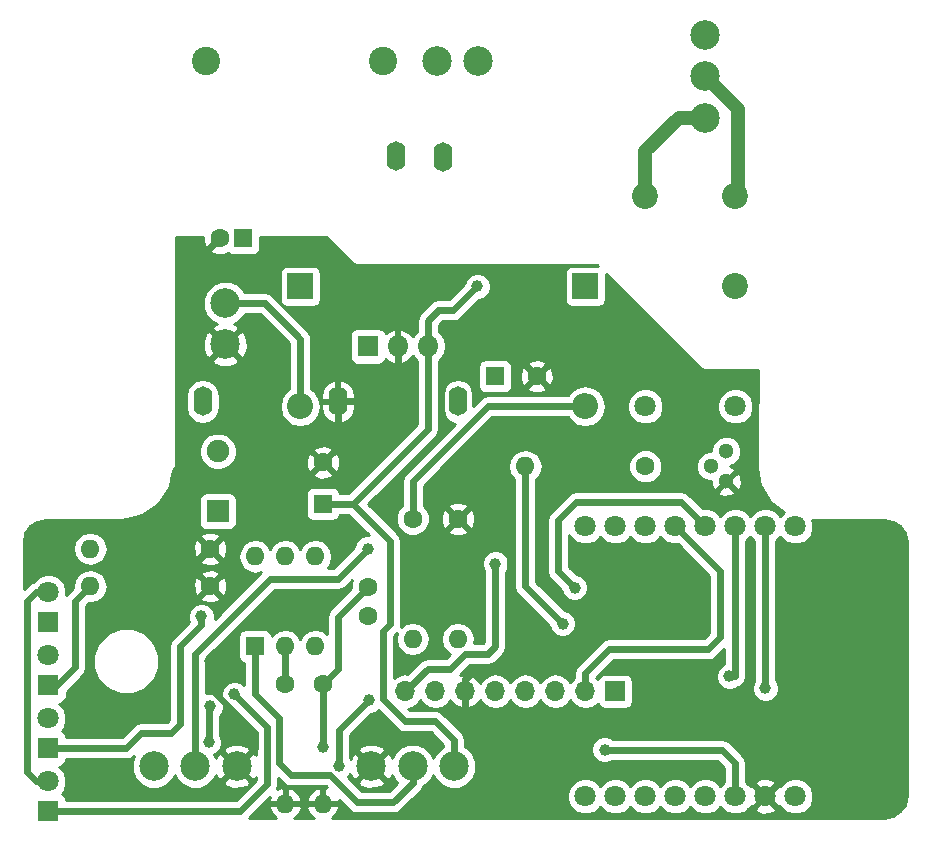
<source format=gbr>
G04 #@! TF.FileFunction,Copper,L2,Bot,Signal*
%FSLAX46Y46*%
G04 Gerber Fmt 4.6, Leading zero omitted, Abs format (unit mm)*
G04 Created by KiCad (PCBNEW 4.0.7) date 02/09/18 10:32:29*
%MOMM*%
%LPD*%
G01*
G04 APERTURE LIST*
%ADD10C,0.100000*%
%ADD11O,1.600000X2.500000*%
%ADD12C,1.300000*%
%ADD13C,1.800000*%
%ADD14C,2.400000*%
%ADD15C,1.600000*%
%ADD16O,1.600000X1.600000*%
%ADD17R,1.700000X1.700000*%
%ADD18O,1.700000X1.700000*%
%ADD19C,2.500000*%
%ADD20C,2.200000*%
%ADD21R,1.800000X1.800000*%
%ADD22O,1.800000X1.800000*%
%ADD23R,1.600000X1.600000*%
%ADD24R,2.200000X2.200000*%
%ADD25O,2.200000X2.200000*%
%ADD26R,1.905000X1.905000*%
%ADD27C,1.905000*%
%ADD28C,1.000000*%
%ADD29C,0.600000*%
%ADD30C,1.200000*%
%ADD31C,0.254000*%
G04 APERTURE END LIST*
D10*
D11*
X221595000Y-75445000D03*
X217695000Y-75345000D03*
X201295000Y-96105000D03*
X212725000Y-96105000D03*
X222885000Y-96105000D03*
D12*
X244348000Y-101600000D03*
X245618000Y-100330000D03*
X245618000Y-102870000D03*
D13*
X233680000Y-129540000D03*
X236220000Y-129540000D03*
X238760000Y-129540000D03*
X241300000Y-129540000D03*
X243840000Y-129540000D03*
X246380000Y-129540000D03*
X248920000Y-129540000D03*
X251460000Y-129540000D03*
X251460000Y-106680000D03*
X248920000Y-106680000D03*
X246380000Y-106680000D03*
X243840000Y-106680000D03*
X241300000Y-106680000D03*
X238760000Y-106680000D03*
X236220000Y-106680000D03*
X233680000Y-106680000D03*
D14*
X216535000Y-67310000D03*
X201535000Y-67310000D03*
D15*
X222885000Y-106045000D03*
D16*
X222885000Y-116205000D03*
D17*
X236220000Y-120650000D03*
D18*
X233680000Y-120650000D03*
X231140000Y-120650000D03*
X228600000Y-120650000D03*
X226060000Y-120650000D03*
X223520000Y-120650000D03*
X220980000Y-120650000D03*
X218440000Y-120650000D03*
D19*
X224635000Y-67310000D03*
X221135000Y-67310000D03*
D13*
X246380000Y-96520000D03*
X238760000Y-96520000D03*
D20*
X246380000Y-86360000D03*
X246380000Y-78740000D03*
X238760000Y-78740000D03*
D21*
X215265000Y-91440000D03*
D22*
X217805000Y-91440000D03*
X220345000Y-91440000D03*
D23*
X226060000Y-93980000D03*
D15*
X229560000Y-93980000D03*
D23*
X204724000Y-82296000D03*
D15*
X202724000Y-82296000D03*
D23*
X211455000Y-104775000D03*
D15*
X211455000Y-101275000D03*
X215265000Y-114300000D03*
X215265000Y-111800000D03*
D21*
X188214000Y-120142000D03*
D13*
X188214000Y-117602000D03*
D21*
X188214000Y-125476000D03*
D13*
X188214000Y-122936000D03*
D21*
X188214000Y-130810000D03*
D13*
X188214000Y-128270000D03*
D24*
X233680000Y-86360000D03*
D25*
X233680000Y-96520000D03*
D19*
X203200000Y-87785000D03*
X203200000Y-91285000D03*
X215575000Y-127000000D03*
X219075000Y-127000000D03*
X222575000Y-127000000D03*
X197160000Y-127000000D03*
X200660000Y-127000000D03*
X204160000Y-127000000D03*
X243840000Y-72080000D03*
X243840000Y-68580000D03*
X243840000Y-65080000D03*
D26*
X202565000Y-105410000D03*
D27*
X202565000Y-100330000D03*
D15*
X201930000Y-108585000D03*
D16*
X191770000Y-108585000D03*
D15*
X201930000Y-111760000D03*
D16*
X191770000Y-111760000D03*
D15*
X219075000Y-106045000D03*
D16*
X219075000Y-116205000D03*
D15*
X238760000Y-101600000D03*
D16*
X228600000Y-101600000D03*
D15*
X208280000Y-120015000D03*
D16*
X208280000Y-130175000D03*
D15*
X211455000Y-120015000D03*
D16*
X211455000Y-130175000D03*
D23*
X205740000Y-116840000D03*
D16*
X210820000Y-109220000D03*
X208280000Y-116840000D03*
X208280000Y-109220000D03*
X210820000Y-116840000D03*
X205740000Y-109220000D03*
D21*
X188214000Y-114808000D03*
D13*
X188214000Y-112268000D03*
D24*
X209550000Y-86360000D03*
D25*
X209550000Y-96520000D03*
D28*
X225298000Y-130048000D03*
X201930000Y-118110000D03*
X224536000Y-86360000D03*
X211455000Y-125349000D03*
X235331000Y-125603000D03*
X201168000Y-114300000D03*
X201803000Y-124968000D03*
X201930000Y-121920000D03*
X203962000Y-120904000D03*
X226060000Y-109855000D03*
X215392000Y-121412000D03*
X212852000Y-127000000D03*
X215265000Y-108585000D03*
X231775000Y-114935000D03*
X248920000Y-120396000D03*
X245872000Y-119380000D03*
X232791000Y-111887000D03*
D29*
X212725000Y-96105000D02*
X212725000Y-100005000D01*
X212725000Y-100005000D02*
X211455000Y-101275000D01*
X225552000Y-118745000D02*
X224409000Y-118745000D01*
X223520000Y-119634000D02*
X223520000Y-120650000D01*
X224409000Y-118745000D02*
X223520000Y-119634000D01*
X202724000Y-82296000D02*
X202692000Y-82296000D01*
X202692000Y-82296000D02*
X200152000Y-84836000D01*
X200152000Y-84836000D02*
X200152000Y-88237000D01*
X200152000Y-88237000D02*
X203200000Y-91285000D01*
X212725000Y-96105000D02*
X216061000Y-96105000D01*
X217805000Y-94361000D02*
X217805000Y-91440000D01*
X216061000Y-96105000D02*
X217805000Y-94361000D01*
X225298000Y-124841000D02*
X223520000Y-123063000D01*
X225298000Y-125730000D02*
X225298000Y-124841000D01*
X223520000Y-123063000D02*
X223520000Y-120650000D01*
X248920000Y-129540000D02*
X250825000Y-127635000D01*
X250825000Y-127635000D02*
X250825000Y-124968000D01*
X250825000Y-124968000D02*
X249428000Y-123571000D01*
X249428000Y-123571000D02*
X229108000Y-123571000D01*
X229108000Y-123571000D02*
X226949000Y-125730000D01*
X226949000Y-125730000D02*
X225298000Y-125730000D01*
X222885000Y-106045000D02*
X224155000Y-107315000D01*
X224155000Y-107315000D02*
X226314000Y-107315000D01*
X226314000Y-107315000D02*
X227330000Y-108331000D01*
X227330000Y-108331000D02*
X227330000Y-117475000D01*
X225298000Y-130048000D02*
X225298000Y-125730000D01*
X225425000Y-118745000D02*
X225552000Y-118745000D01*
X225552000Y-118745000D02*
X226060000Y-118745000D01*
X201930000Y-108585000D02*
X201803000Y-108585000D01*
X201803000Y-108585000D02*
X200660000Y-109728000D01*
X200660000Y-109728000D02*
X200660000Y-110490000D01*
X200660000Y-110490000D02*
X201930000Y-111760000D01*
X204160000Y-127000000D02*
X204216000Y-127000000D01*
X204216000Y-127000000D02*
X205740000Y-125476000D01*
X205740000Y-125476000D02*
X205740000Y-125222000D01*
X204160000Y-122626000D02*
X205740000Y-124206000D01*
X204160000Y-122626000D02*
X201930000Y-120396000D01*
X201930000Y-120396000D02*
X201930000Y-118110000D01*
X205740000Y-124206000D02*
X205740000Y-125222000D01*
X227330000Y-117475000D02*
X226060000Y-118745000D01*
X220345000Y-89281000D02*
X220345000Y-91440000D01*
X221234000Y-88392000D02*
X220345000Y-89281000D01*
X222504000Y-88392000D02*
X221234000Y-88392000D01*
X224536000Y-86360000D02*
X222504000Y-88392000D01*
X188214000Y-112268000D02*
X187198000Y-112268000D01*
X187198000Y-112268000D02*
X186436000Y-113030000D01*
X186436000Y-113030000D02*
X186436000Y-127508000D01*
X186436000Y-127508000D02*
X187198000Y-128270000D01*
X187198000Y-128270000D02*
X188214000Y-128270000D01*
X220345000Y-91440000D02*
X220345000Y-98425000D01*
X220345000Y-98425000D02*
X213995000Y-104775000D01*
X222575000Y-127000000D02*
X222575000Y-124785000D01*
X222575000Y-124785000D02*
X220980000Y-123190000D01*
X220980000Y-123190000D02*
X218440000Y-123190000D01*
X218440000Y-123190000D02*
X216535000Y-121285000D01*
X216535000Y-121285000D02*
X216535000Y-115570000D01*
X216535000Y-115570000D02*
X217170000Y-114935000D01*
X217170000Y-114935000D02*
X217170000Y-107950000D01*
X217170000Y-107950000D02*
X213995000Y-104775000D01*
X213995000Y-104775000D02*
X211455000Y-104775000D01*
X235331000Y-125603000D02*
X245237000Y-125603000D01*
X245237000Y-125603000D02*
X246380000Y-126746000D01*
X246380000Y-126746000D02*
X246380000Y-129540000D01*
X211455000Y-120015000D02*
X211455000Y-125349000D01*
X211455000Y-120015000D02*
X212725000Y-118745000D01*
X212725000Y-118745000D02*
X212725000Y-114340000D01*
X212725000Y-114340000D02*
X215265000Y-111800000D01*
X209550000Y-96520000D02*
X209550000Y-90805000D01*
X209550000Y-90805000D02*
X206530000Y-87785000D01*
X206530000Y-87785000D02*
X203200000Y-87785000D01*
X191770000Y-111760000D02*
X190500000Y-113030000D01*
X190500000Y-113030000D02*
X190500000Y-118618000D01*
X190500000Y-118618000D02*
X188976000Y-120142000D01*
X188976000Y-120142000D02*
X188214000Y-120142000D01*
X188214000Y-125476000D02*
X189992000Y-125476000D01*
X189992000Y-125476000D02*
X193548000Y-125476000D01*
X193548000Y-125476000D02*
X194818000Y-125476000D01*
X194818000Y-125476000D02*
X196088000Y-124206000D01*
X196088000Y-124206000D02*
X198628000Y-124206000D01*
X198628000Y-124206000D02*
X199390000Y-123444000D01*
X199390000Y-123444000D02*
X199390000Y-116840000D01*
X199390000Y-116840000D02*
X201168000Y-115062000D01*
X201168000Y-115062000D02*
X201168000Y-114300000D01*
X201803000Y-124968000D02*
X201803000Y-122428000D01*
X201803000Y-122428000D02*
X201930000Y-121920000D01*
X241300000Y-128905000D02*
X241300000Y-129540000D01*
X203962000Y-120904000D02*
X206756000Y-123698000D01*
X206756000Y-123698000D02*
X206756000Y-128524000D01*
X206756000Y-128524000D02*
X204470000Y-130810000D01*
X204470000Y-130810000D02*
X188214000Y-130810000D01*
X233680000Y-96520000D02*
X225425000Y-96520000D01*
X225425000Y-96520000D02*
X219075000Y-102870000D01*
X219075000Y-102870000D02*
X219075000Y-106045000D01*
X208788000Y-127762000D02*
X207772000Y-126746000D01*
X207772000Y-126746000D02*
X207772000Y-122936000D01*
X207772000Y-122936000D02*
X205740000Y-120904000D01*
X205740000Y-120904000D02*
X205740000Y-116840000D01*
X208788000Y-127762000D02*
X212090000Y-127762000D01*
X212090000Y-127762000D02*
X214376000Y-130048000D01*
X214376000Y-130048000D02*
X217424000Y-130048000D01*
X217424000Y-130048000D02*
X219075000Y-128397000D01*
X219075000Y-128397000D02*
X219075000Y-127000000D01*
X218440000Y-120650000D02*
X220345000Y-118745000D01*
X220345000Y-118745000D02*
X222250000Y-118745000D01*
X222250000Y-118745000D02*
X223520000Y-117475000D01*
X223520000Y-117475000D02*
X225425000Y-117475000D01*
X225425000Y-117475000D02*
X226060000Y-116840000D01*
X226060000Y-116840000D02*
X226060000Y-109855000D01*
X218440000Y-120650000D02*
X218440000Y-120396000D01*
X212852000Y-123952000D02*
X215392000Y-121412000D01*
X212852000Y-127000000D02*
X212852000Y-123952000D01*
X200660000Y-127000000D02*
X200660000Y-117475000D01*
X200660000Y-117475000D02*
X207010000Y-111125000D01*
X207010000Y-111125000D02*
X212725000Y-111125000D01*
X212725000Y-111125000D02*
X215265000Y-108585000D01*
D30*
X238760000Y-78740000D02*
X238760000Y-74930000D01*
X238760000Y-74930000D02*
X241610000Y-72080000D01*
X241610000Y-72080000D02*
X243840000Y-72080000D01*
X243840000Y-68580000D02*
X246634000Y-71374000D01*
X246634000Y-71374000D02*
X246634000Y-78486000D01*
X246634000Y-78486000D02*
X246380000Y-78740000D01*
D29*
X231775000Y-114935000D02*
X228600000Y-111760000D01*
X228600000Y-111760000D02*
X228600000Y-109855000D01*
X228600000Y-109855000D02*
X228600000Y-101600000D01*
X208280000Y-120015000D02*
X208280000Y-116840000D01*
X248920000Y-120396000D02*
X248920000Y-106680000D01*
X246380000Y-106680000D02*
X246380000Y-119380000D01*
X246380000Y-119380000D02*
X245872000Y-119380000D01*
X231394000Y-106172000D02*
X231394000Y-110490000D01*
X231394000Y-110490000D02*
X232791000Y-111887000D01*
X243840000Y-106680000D02*
X241808000Y-104648000D01*
X241808000Y-104648000D02*
X232918000Y-104648000D01*
X232918000Y-104648000D02*
X231394000Y-106172000D01*
X233680000Y-120650000D02*
X233680000Y-119126000D01*
X233680000Y-119126000D02*
X235712000Y-117094000D01*
X235712000Y-117094000D02*
X244094000Y-117094000D01*
X244094000Y-117094000D02*
X245110000Y-116078000D01*
X245110000Y-116078000D02*
X245110000Y-110490000D01*
X245110000Y-110490000D02*
X241300000Y-106680000D01*
D31*
G36*
X201304222Y-82649454D02*
X201470136Y-83050005D01*
X201716255Y-83124139D01*
X202544395Y-82296000D01*
X202530253Y-82281858D01*
X202643110Y-82169000D01*
X202804890Y-82169000D01*
X202917748Y-82281858D01*
X202903605Y-82296000D01*
X202917748Y-82310143D01*
X202738142Y-82489748D01*
X202724000Y-82475605D01*
X201895861Y-83303745D01*
X201969995Y-83549864D01*
X202507223Y-83742965D01*
X203077454Y-83715778D01*
X203468947Y-83553616D01*
X203672110Y-83692431D01*
X203924000Y-83743440D01*
X205524000Y-83743440D01*
X205759317Y-83699162D01*
X205975441Y-83560090D01*
X206120431Y-83347890D01*
X206171440Y-83096000D01*
X206171440Y-82169000D01*
X211720908Y-82169000D01*
X213873954Y-84322046D01*
X214104295Y-84475954D01*
X214376000Y-84530000D01*
X234655908Y-84530000D01*
X234738468Y-84612560D01*
X232580000Y-84612560D01*
X232344683Y-84656838D01*
X232128559Y-84795910D01*
X231983569Y-85008110D01*
X231932560Y-85260000D01*
X231932560Y-87460000D01*
X231976838Y-87695317D01*
X232115910Y-87911441D01*
X232328110Y-88056431D01*
X232580000Y-88107440D01*
X234780000Y-88107440D01*
X235015317Y-88063162D01*
X235231441Y-87924090D01*
X235376431Y-87711890D01*
X235427440Y-87460000D01*
X235427440Y-85301532D01*
X243337954Y-93212046D01*
X243568295Y-93365954D01*
X243840000Y-93420001D01*
X243840005Y-93420000D01*
X248285000Y-93420000D01*
X248285000Y-96073018D01*
X248223642Y-96381486D01*
X248223642Y-96451416D01*
X248210000Y-96520000D01*
X248210000Y-101600000D01*
X248223642Y-101668584D01*
X248223642Y-101738514D01*
X248513661Y-103196538D01*
X248567933Y-103327560D01*
X248619676Y-103452479D01*
X249445579Y-104688532D01*
X249548184Y-104791136D01*
X249641468Y-104884420D01*
X250506798Y-105462615D01*
X250189677Y-105779182D01*
X249790643Y-105379449D01*
X249226670Y-105145267D01*
X248616009Y-105144735D01*
X248051629Y-105377932D01*
X247649677Y-105779182D01*
X247250643Y-105379449D01*
X246686670Y-105145267D01*
X246076009Y-105144735D01*
X245511629Y-105377932D01*
X245109677Y-105779182D01*
X244710643Y-105379449D01*
X244146670Y-105145267D01*
X243627104Y-105144814D01*
X242469145Y-103986855D01*
X242165809Y-103784173D01*
X242089611Y-103769016D01*
X244898590Y-103769016D01*
X244954271Y-103999611D01*
X245437078Y-104167622D01*
X245947428Y-104138083D01*
X246281729Y-103999611D01*
X246337410Y-103769016D01*
X245618000Y-103049605D01*
X244898590Y-103769016D01*
X242089611Y-103769016D01*
X241808000Y-103713000D01*
X232918000Y-103713000D01*
X232560191Y-103784173D01*
X232256855Y-103986855D01*
X230732855Y-105510855D01*
X230530173Y-105814191D01*
X230459000Y-106172000D01*
X230459000Y-110490000D01*
X230530173Y-110847809D01*
X230732855Y-111151145D01*
X231655836Y-112074126D01*
X231655803Y-112111775D01*
X231828233Y-112529086D01*
X232147235Y-112848645D01*
X232564244Y-113021803D01*
X233015775Y-113022197D01*
X233433086Y-112849767D01*
X233752645Y-112530765D01*
X233925803Y-112113756D01*
X233926197Y-111662225D01*
X233753767Y-111244914D01*
X233434765Y-110925355D01*
X233017756Y-110752197D01*
X232978453Y-110752163D01*
X232329000Y-110102710D01*
X232329000Y-107429946D01*
X232377932Y-107548371D01*
X232809357Y-107980551D01*
X233373330Y-108214733D01*
X233983991Y-108215265D01*
X234548371Y-107982068D01*
X234950323Y-107580818D01*
X235349357Y-107980551D01*
X235913330Y-108214733D01*
X236523991Y-108215265D01*
X237088371Y-107982068D01*
X237490323Y-107580818D01*
X237889357Y-107980551D01*
X238453330Y-108214733D01*
X239063991Y-108215265D01*
X239628371Y-107982068D01*
X240030323Y-107580818D01*
X240429357Y-107980551D01*
X240993330Y-108214733D01*
X241512896Y-108215186D01*
X244175000Y-110877290D01*
X244175000Y-115690710D01*
X243706710Y-116159000D01*
X235712000Y-116159000D01*
X235354191Y-116230173D01*
X235050855Y-116432855D01*
X233018855Y-118464855D01*
X232816173Y-118768191D01*
X232745000Y-119126000D01*
X232745000Y-119493977D01*
X232629946Y-119570853D01*
X232410000Y-119900026D01*
X232190054Y-119570853D01*
X231708285Y-119248946D01*
X231140000Y-119135907D01*
X230571715Y-119248946D01*
X230089946Y-119570853D01*
X229870000Y-119900026D01*
X229650054Y-119570853D01*
X229168285Y-119248946D01*
X228600000Y-119135907D01*
X228031715Y-119248946D01*
X227549946Y-119570853D01*
X227330000Y-119900026D01*
X227110054Y-119570853D01*
X226628285Y-119248946D01*
X226060000Y-119135907D01*
X225491715Y-119248946D01*
X225009946Y-119570853D01*
X224782298Y-119911553D01*
X224715183Y-119768642D01*
X224286924Y-119378355D01*
X223876890Y-119208524D01*
X223647000Y-119329845D01*
X223647000Y-120523000D01*
X223667000Y-120523000D01*
X223667000Y-120777000D01*
X223647000Y-120777000D01*
X223647000Y-121970155D01*
X223876890Y-122091476D01*
X224286924Y-121921645D01*
X224715183Y-121531358D01*
X224782298Y-121388447D01*
X225009946Y-121729147D01*
X225491715Y-122051054D01*
X226060000Y-122164093D01*
X226628285Y-122051054D01*
X227110054Y-121729147D01*
X227330000Y-121399974D01*
X227549946Y-121729147D01*
X228031715Y-122051054D01*
X228600000Y-122164093D01*
X229168285Y-122051054D01*
X229650054Y-121729147D01*
X229870000Y-121399974D01*
X230089946Y-121729147D01*
X230571715Y-122051054D01*
X231140000Y-122164093D01*
X231708285Y-122051054D01*
X232190054Y-121729147D01*
X232410000Y-121399974D01*
X232629946Y-121729147D01*
X233111715Y-122051054D01*
X233680000Y-122164093D01*
X234248285Y-122051054D01*
X234730054Y-121729147D01*
X234757850Y-121687548D01*
X234766838Y-121735317D01*
X234905910Y-121951441D01*
X235118110Y-122096431D01*
X235370000Y-122147440D01*
X237070000Y-122147440D01*
X237305317Y-122103162D01*
X237521441Y-121964090D01*
X237666431Y-121751890D01*
X237717440Y-121500000D01*
X237717440Y-119800000D01*
X237673162Y-119564683D01*
X237534090Y-119348559D01*
X237321890Y-119203569D01*
X237070000Y-119152560D01*
X235370000Y-119152560D01*
X235134683Y-119196838D01*
X234918559Y-119335910D01*
X234773569Y-119548110D01*
X234759914Y-119615541D01*
X234730054Y-119570853D01*
X234626578Y-119501712D01*
X236099290Y-118029000D01*
X244094000Y-118029000D01*
X244451809Y-117957827D01*
X244755145Y-117755145D01*
X245445000Y-117065290D01*
X245445000Y-118328361D01*
X245229914Y-118417233D01*
X244910355Y-118736235D01*
X244737197Y-119153244D01*
X244736803Y-119604775D01*
X244909233Y-120022086D01*
X245228235Y-120341645D01*
X245645244Y-120514803D01*
X246096775Y-120515197D01*
X246514086Y-120342767D01*
X246582190Y-120274782D01*
X246737809Y-120243827D01*
X247041145Y-120041145D01*
X247243827Y-119737809D01*
X247315000Y-119380000D01*
X247315000Y-107915555D01*
X247650323Y-107580818D01*
X247985000Y-107916081D01*
X247985000Y-119725636D01*
X247958355Y-119752235D01*
X247785197Y-120169244D01*
X247784803Y-120620775D01*
X247957233Y-121038086D01*
X248276235Y-121357645D01*
X248693244Y-121530803D01*
X249144775Y-121531197D01*
X249562086Y-121358767D01*
X249881645Y-121039765D01*
X250054803Y-120622756D01*
X250055197Y-120171225D01*
X249882767Y-119753914D01*
X249855000Y-119726099D01*
X249855000Y-107915555D01*
X250190323Y-107580818D01*
X250589357Y-107980551D01*
X251153330Y-108214733D01*
X251763991Y-108215265D01*
X252328371Y-107982068D01*
X252760551Y-107550643D01*
X252994733Y-106986670D01*
X252995265Y-106376009D01*
X252889484Y-106120000D01*
X259010069Y-106120000D01*
X259774989Y-106272152D01*
X260364170Y-106665830D01*
X260757848Y-107255011D01*
X260910000Y-108019931D01*
X260910000Y-129470069D01*
X260757848Y-130234989D01*
X260364170Y-130824170D01*
X259774989Y-131217848D01*
X259010069Y-131370000D01*
X212232209Y-131370000D01*
X212607389Y-131030134D01*
X212846914Y-130524041D01*
X212725629Y-130302000D01*
X211582000Y-130302000D01*
X211582000Y-130322000D01*
X211328000Y-130322000D01*
X211328000Y-130302000D01*
X210184371Y-130302000D01*
X210063086Y-130524041D01*
X210302611Y-131030134D01*
X210677791Y-131370000D01*
X209057209Y-131370000D01*
X209432389Y-131030134D01*
X209671914Y-130524041D01*
X209550629Y-130302000D01*
X208407000Y-130302000D01*
X208407000Y-130322000D01*
X208153000Y-130322000D01*
X208153000Y-130302000D01*
X207009371Y-130302000D01*
X206888086Y-130524041D01*
X207127611Y-131030134D01*
X207502791Y-131370000D01*
X205232290Y-131370000D01*
X206988504Y-129613786D01*
X206888086Y-129825959D01*
X207009371Y-130048000D01*
X208153000Y-130048000D01*
X208153000Y-128905085D01*
X208407000Y-128905085D01*
X208407000Y-130048000D01*
X209550629Y-130048000D01*
X209671914Y-129825959D01*
X210063086Y-129825959D01*
X210184371Y-130048000D01*
X211328000Y-130048000D01*
X211328000Y-128905085D01*
X211105961Y-128783096D01*
X210717577Y-128943959D01*
X210302611Y-129319866D01*
X210063086Y-129825959D01*
X209671914Y-129825959D01*
X209432389Y-129319866D01*
X209017423Y-128943959D01*
X208629039Y-128783096D01*
X208407000Y-128905085D01*
X208153000Y-128905085D01*
X207930961Y-128783096D01*
X207591969Y-128923502D01*
X207619827Y-128881809D01*
X207691000Y-128524000D01*
X207691000Y-127987290D01*
X208126855Y-128423145D01*
X208430191Y-128625827D01*
X208788000Y-128697000D01*
X211702710Y-128697000D01*
X211794207Y-128788497D01*
X211582000Y-128905085D01*
X211582000Y-130048000D01*
X212725629Y-130048000D01*
X212841528Y-129835818D01*
X213714855Y-130709145D01*
X214018191Y-130911827D01*
X214376000Y-130983000D01*
X217424000Y-130983000D01*
X217781809Y-130911827D01*
X218085145Y-130709145D01*
X218950299Y-129843991D01*
X232144735Y-129843991D01*
X232377932Y-130408371D01*
X232809357Y-130840551D01*
X233373330Y-131074733D01*
X233983991Y-131075265D01*
X234548371Y-130842068D01*
X234950323Y-130440818D01*
X235349357Y-130840551D01*
X235913330Y-131074733D01*
X236523991Y-131075265D01*
X237088371Y-130842068D01*
X237490323Y-130440818D01*
X237889357Y-130840551D01*
X238453330Y-131074733D01*
X239063991Y-131075265D01*
X239628371Y-130842068D01*
X240030323Y-130440818D01*
X240429357Y-130840551D01*
X240993330Y-131074733D01*
X241603991Y-131075265D01*
X242168371Y-130842068D01*
X242570323Y-130440818D01*
X242969357Y-130840551D01*
X243533330Y-131074733D01*
X244143991Y-131075265D01*
X244708371Y-130842068D01*
X245110323Y-130440818D01*
X245509357Y-130840551D01*
X246073330Y-131074733D01*
X246683991Y-131075265D01*
X247248371Y-130842068D01*
X247470668Y-130620159D01*
X248019446Y-130620159D01*
X248105852Y-130876643D01*
X248679336Y-131086458D01*
X249289460Y-131060839D01*
X249734148Y-130876643D01*
X249820554Y-130620159D01*
X248920000Y-129719605D01*
X248019446Y-130620159D01*
X247470668Y-130620159D01*
X247680551Y-130410643D01*
X247689203Y-130389806D01*
X247839841Y-130440554D01*
X248740395Y-129540000D01*
X249099605Y-129540000D01*
X250000159Y-130440554D01*
X250150327Y-130389965D01*
X250157932Y-130408371D01*
X250589357Y-130840551D01*
X251153330Y-131074733D01*
X251763991Y-131075265D01*
X252328371Y-130842068D01*
X252760551Y-130410643D01*
X252994733Y-129846670D01*
X252995265Y-129236009D01*
X252762068Y-128671629D01*
X252330643Y-128239449D01*
X251766670Y-128005267D01*
X251156009Y-128004735D01*
X250591629Y-128237932D01*
X250159449Y-128669357D01*
X250150797Y-128690194D01*
X250000159Y-128639446D01*
X249099605Y-129540000D01*
X248740395Y-129540000D01*
X247839841Y-128639446D01*
X247689673Y-128690035D01*
X247682068Y-128671629D01*
X247470650Y-128459841D01*
X248019446Y-128459841D01*
X248920000Y-129360395D01*
X249820554Y-128459841D01*
X249734148Y-128203357D01*
X249160664Y-127993542D01*
X248550540Y-128019161D01*
X248105852Y-128203357D01*
X248019446Y-128459841D01*
X247470650Y-128459841D01*
X247315000Y-128303919D01*
X247315000Y-126746000D01*
X247243827Y-126388191D01*
X247041145Y-126084855D01*
X245898145Y-124941855D01*
X245594809Y-124739173D01*
X245237000Y-124668000D01*
X236001364Y-124668000D01*
X235974765Y-124641355D01*
X235557756Y-124468197D01*
X235106225Y-124467803D01*
X234688914Y-124640233D01*
X234369355Y-124959235D01*
X234196197Y-125376244D01*
X234195803Y-125827775D01*
X234368233Y-126245086D01*
X234687235Y-126564645D01*
X235104244Y-126737803D01*
X235555775Y-126738197D01*
X235973086Y-126565767D01*
X236000901Y-126538000D01*
X244849710Y-126538000D01*
X245445000Y-127133290D01*
X245445000Y-128304445D01*
X245109677Y-128639182D01*
X244710643Y-128239449D01*
X244146670Y-128005267D01*
X243536009Y-128004735D01*
X242971629Y-128237932D01*
X242569677Y-128639182D01*
X242170643Y-128239449D01*
X241606670Y-128005267D01*
X241476729Y-128005154D01*
X241300000Y-127970000D01*
X241124812Y-128004847D01*
X240996009Y-128004735D01*
X240431629Y-128237932D01*
X240029677Y-128639182D01*
X239630643Y-128239449D01*
X239066670Y-128005267D01*
X238456009Y-128004735D01*
X237891629Y-128237932D01*
X237489677Y-128639182D01*
X237090643Y-128239449D01*
X236526670Y-128005267D01*
X235916009Y-128004735D01*
X235351629Y-128237932D01*
X234949677Y-128639182D01*
X234550643Y-128239449D01*
X233986670Y-128005267D01*
X233376009Y-128004735D01*
X232811629Y-128237932D01*
X232379449Y-128669357D01*
X232145267Y-129233330D01*
X232144735Y-129843991D01*
X218950299Y-129843991D01*
X219736145Y-129058145D01*
X219838473Y-128905000D01*
X219938827Y-128754809D01*
X219954466Y-128676185D01*
X220141372Y-128598957D01*
X220672093Y-128069161D01*
X220825021Y-127700870D01*
X220976043Y-128066372D01*
X221505839Y-128597093D01*
X222198405Y-128884672D01*
X222948305Y-128885326D01*
X223641372Y-128598957D01*
X224172093Y-128069161D01*
X224459672Y-127376595D01*
X224460326Y-126626695D01*
X224173957Y-125933628D01*
X223644161Y-125402907D01*
X223510000Y-125347198D01*
X223510000Y-124785000D01*
X223438827Y-124427191D01*
X223236145Y-124123855D01*
X221641145Y-122528855D01*
X221337809Y-122326173D01*
X220980000Y-122255000D01*
X218827290Y-122255000D01*
X218687210Y-122114920D01*
X219008285Y-122051054D01*
X219490054Y-121729147D01*
X219710000Y-121399974D01*
X219929946Y-121729147D01*
X220411715Y-122051054D01*
X220980000Y-122164093D01*
X221548285Y-122051054D01*
X222030054Y-121729147D01*
X222257702Y-121388447D01*
X222324817Y-121531358D01*
X222753076Y-121921645D01*
X223163110Y-122091476D01*
X223393000Y-121970155D01*
X223393000Y-120777000D01*
X223373000Y-120777000D01*
X223373000Y-120523000D01*
X223393000Y-120523000D01*
X223393000Y-119329845D01*
X223163110Y-119208524D01*
X223070343Y-119246947D01*
X223907290Y-118410000D01*
X225425000Y-118410000D01*
X225782809Y-118338827D01*
X226086145Y-118136145D01*
X226721145Y-117501145D01*
X226777192Y-117417264D01*
X226923827Y-117197809D01*
X226995000Y-116840000D01*
X226995000Y-110525364D01*
X227021645Y-110498765D01*
X227194803Y-110081756D01*
X227195197Y-109630225D01*
X227022767Y-109212914D01*
X226703765Y-108893355D01*
X226286756Y-108720197D01*
X225835225Y-108719803D01*
X225417914Y-108892233D01*
X225098355Y-109211235D01*
X224925197Y-109628244D01*
X224924803Y-110079775D01*
X225097233Y-110497086D01*
X225125000Y-110524901D01*
X225125000Y-116452710D01*
X225037710Y-116540000D01*
X224258956Y-116540000D01*
X224320000Y-116233113D01*
X224320000Y-116176887D01*
X224210767Y-115627736D01*
X223899698Y-115162189D01*
X223434151Y-114851120D01*
X222885000Y-114741887D01*
X222335849Y-114851120D01*
X221870302Y-115162189D01*
X221559233Y-115627736D01*
X221450000Y-116176887D01*
X221450000Y-116233113D01*
X221559233Y-116782264D01*
X221870302Y-117247811D01*
X222202758Y-117469952D01*
X221862710Y-117810000D01*
X220345000Y-117810000D01*
X219987191Y-117881173D01*
X219683855Y-118083855D01*
X218599981Y-119167729D01*
X218440000Y-119135907D01*
X217871715Y-119248946D01*
X217470000Y-119517363D01*
X217470000Y-115957290D01*
X217736738Y-115690552D01*
X217640000Y-116176887D01*
X217640000Y-116233113D01*
X217749233Y-116782264D01*
X218060302Y-117247811D01*
X218525849Y-117558880D01*
X219075000Y-117668113D01*
X219624151Y-117558880D01*
X220089698Y-117247811D01*
X220400767Y-116782264D01*
X220510000Y-116233113D01*
X220510000Y-116176887D01*
X220400767Y-115627736D01*
X220089698Y-115162189D01*
X219624151Y-114851120D01*
X219075000Y-114741887D01*
X218525849Y-114851120D01*
X218060302Y-115162189D01*
X218059600Y-115163239D01*
X218105000Y-114935000D01*
X218105000Y-107950000D01*
X218033827Y-107592191D01*
X217831145Y-107288855D01*
X216871477Y-106329187D01*
X217639752Y-106329187D01*
X217857757Y-106856800D01*
X218261077Y-107260824D01*
X218788309Y-107479750D01*
X219359187Y-107480248D01*
X219886800Y-107262243D01*
X220096663Y-107052745D01*
X222056861Y-107052745D01*
X222130995Y-107298864D01*
X222668223Y-107491965D01*
X223238454Y-107464778D01*
X223639005Y-107298864D01*
X223713139Y-107052745D01*
X222885000Y-106224605D01*
X222056861Y-107052745D01*
X220096663Y-107052745D01*
X220290824Y-106858923D01*
X220509750Y-106331691D01*
X220510189Y-105828223D01*
X221438035Y-105828223D01*
X221465222Y-106398454D01*
X221631136Y-106799005D01*
X221877255Y-106873139D01*
X222705395Y-106045000D01*
X223064605Y-106045000D01*
X223892745Y-106873139D01*
X224138864Y-106799005D01*
X224331965Y-106261777D01*
X224304778Y-105691546D01*
X224138864Y-105290995D01*
X223892745Y-105216861D01*
X223064605Y-106045000D01*
X222705395Y-106045000D01*
X221877255Y-105216861D01*
X221631136Y-105290995D01*
X221438035Y-105828223D01*
X220510189Y-105828223D01*
X220510248Y-105760813D01*
X220292243Y-105233200D01*
X220096640Y-105037255D01*
X222056861Y-105037255D01*
X222885000Y-105865395D01*
X223713139Y-105037255D01*
X223639005Y-104791136D01*
X223101777Y-104598035D01*
X222531546Y-104625222D01*
X222130995Y-104791136D01*
X222056861Y-105037255D01*
X220096640Y-105037255D01*
X220010000Y-104950464D01*
X220010000Y-103257290D01*
X221667290Y-101600000D01*
X227136887Y-101600000D01*
X227246120Y-102149151D01*
X227557189Y-102614698D01*
X227665000Y-102686735D01*
X227665000Y-111760000D01*
X227736173Y-112117809D01*
X227938855Y-112421145D01*
X230639836Y-115122126D01*
X230639803Y-115159775D01*
X230812233Y-115577086D01*
X231131235Y-115896645D01*
X231548244Y-116069803D01*
X231999775Y-116070197D01*
X232417086Y-115897767D01*
X232736645Y-115578765D01*
X232909803Y-115161756D01*
X232910197Y-114710225D01*
X232737767Y-114292914D01*
X232418765Y-113973355D01*
X232001756Y-113800197D01*
X231962453Y-113800163D01*
X229535000Y-111372710D01*
X229535000Y-102686735D01*
X229642811Y-102614698D01*
X229953880Y-102149151D01*
X230006584Y-101884187D01*
X237324752Y-101884187D01*
X237542757Y-102411800D01*
X237946077Y-102815824D01*
X238473309Y-103034750D01*
X239044187Y-103035248D01*
X239571800Y-102817243D01*
X239975824Y-102413923D01*
X240194750Y-101886691D01*
X240194778Y-101854481D01*
X243062777Y-101854481D01*
X243257995Y-102326943D01*
X243619155Y-102688735D01*
X244091276Y-102884777D01*
X244331717Y-102884987D01*
X244349917Y-103199428D01*
X244488389Y-103533729D01*
X244718984Y-103589410D01*
X245438395Y-102870000D01*
X245797605Y-102870000D01*
X246517016Y-103589410D01*
X246747611Y-103533729D01*
X246915622Y-103050922D01*
X246886083Y-102540572D01*
X246747611Y-102206271D01*
X246517016Y-102150590D01*
X245797605Y-102870000D01*
X245438395Y-102870000D01*
X245424252Y-102855858D01*
X245603858Y-102676253D01*
X245618000Y-102690395D01*
X246337410Y-101970984D01*
X246281729Y-101740389D01*
X245895140Y-101605861D01*
X246344943Y-101420005D01*
X246706735Y-101058845D01*
X246902777Y-100586724D01*
X246903223Y-100075519D01*
X246708005Y-99603057D01*
X246346845Y-99241265D01*
X245874724Y-99045223D01*
X245363519Y-99044777D01*
X244891057Y-99239995D01*
X244529265Y-99601155D01*
X244333223Y-100073276D01*
X244333012Y-100314986D01*
X244093519Y-100314777D01*
X243621057Y-100509995D01*
X243259265Y-100871155D01*
X243063223Y-101343276D01*
X243062777Y-101854481D01*
X240194778Y-101854481D01*
X240195248Y-101315813D01*
X239977243Y-100788200D01*
X239573923Y-100384176D01*
X239046691Y-100165250D01*
X238475813Y-100164752D01*
X237948200Y-100382757D01*
X237544176Y-100786077D01*
X237325250Y-101313309D01*
X237324752Y-101884187D01*
X230006584Y-101884187D01*
X230063113Y-101600000D01*
X229953880Y-101050849D01*
X229642811Y-100585302D01*
X229177264Y-100274233D01*
X228628113Y-100165000D01*
X228571887Y-100165000D01*
X228022736Y-100274233D01*
X227557189Y-100585302D01*
X227246120Y-101050849D01*
X227136887Y-101600000D01*
X221667290Y-101600000D01*
X225812290Y-97455000D01*
X232235463Y-97455000D01*
X232453170Y-97780821D01*
X233016044Y-98156922D01*
X233680000Y-98288991D01*
X234343956Y-98156922D01*
X234906830Y-97780821D01*
X235282931Y-97217947D01*
X235361293Y-96823991D01*
X237224735Y-96823991D01*
X237457932Y-97388371D01*
X237889357Y-97820551D01*
X238453330Y-98054733D01*
X239063991Y-98055265D01*
X239628371Y-97822068D01*
X240060551Y-97390643D01*
X240294733Y-96826670D01*
X240294735Y-96823991D01*
X244844735Y-96823991D01*
X245077932Y-97388371D01*
X245509357Y-97820551D01*
X246073330Y-98054733D01*
X246683991Y-98055265D01*
X247248371Y-97822068D01*
X247680551Y-97390643D01*
X247914733Y-96826670D01*
X247915265Y-96216009D01*
X247682068Y-95651629D01*
X247250643Y-95219449D01*
X246686670Y-94985267D01*
X246076009Y-94984735D01*
X245511629Y-95217932D01*
X245079449Y-95649357D01*
X244845267Y-96213330D01*
X244844735Y-96823991D01*
X240294735Y-96823991D01*
X240295265Y-96216009D01*
X240062068Y-95651629D01*
X239630643Y-95219449D01*
X239066670Y-94985267D01*
X238456009Y-94984735D01*
X237891629Y-95217932D01*
X237459449Y-95649357D01*
X237225267Y-96213330D01*
X237224735Y-96823991D01*
X235361293Y-96823991D01*
X235415000Y-96553991D01*
X235415000Y-96486009D01*
X235282931Y-95822053D01*
X234906830Y-95259179D01*
X234343956Y-94883078D01*
X233680000Y-94751009D01*
X233016044Y-94883078D01*
X232453170Y-95259179D01*
X232235463Y-95585000D01*
X225425000Y-95585000D01*
X225067191Y-95656173D01*
X224763855Y-95858855D01*
X224170000Y-96452710D01*
X224170000Y-95468071D01*
X224072185Y-94976323D01*
X223793632Y-94559439D01*
X223376748Y-94280886D01*
X222885000Y-94183071D01*
X222393252Y-94280886D01*
X221976368Y-94559439D01*
X221697815Y-94976323D01*
X221600000Y-95468071D01*
X221600000Y-96741929D01*
X221697815Y-97233677D01*
X221976368Y-97650561D01*
X222393252Y-97929114D01*
X222643766Y-97978944D01*
X218413855Y-102208855D01*
X218211173Y-102512191D01*
X218140000Y-102870000D01*
X218140000Y-104950742D01*
X217859176Y-105231077D01*
X217640250Y-105758309D01*
X217639752Y-106329187D01*
X216871477Y-106329187D01*
X215317290Y-104775000D01*
X221006145Y-99086145D01*
X221208827Y-98782809D01*
X221280000Y-98425000D01*
X221280000Y-93180000D01*
X224612560Y-93180000D01*
X224612560Y-94780000D01*
X224656838Y-95015317D01*
X224795910Y-95231441D01*
X225008110Y-95376431D01*
X225260000Y-95427440D01*
X226860000Y-95427440D01*
X227095317Y-95383162D01*
X227311441Y-95244090D01*
X227456431Y-95031890D01*
X227465370Y-94987745D01*
X228731861Y-94987745D01*
X228805995Y-95233864D01*
X229343223Y-95426965D01*
X229913454Y-95399778D01*
X230314005Y-95233864D01*
X230388139Y-94987745D01*
X229560000Y-94159605D01*
X228731861Y-94987745D01*
X227465370Y-94987745D01*
X227507440Y-94780000D01*
X227507440Y-93763223D01*
X228113035Y-93763223D01*
X228140222Y-94333454D01*
X228306136Y-94734005D01*
X228552255Y-94808139D01*
X229380395Y-93980000D01*
X229739605Y-93980000D01*
X230567745Y-94808139D01*
X230813864Y-94734005D01*
X231006965Y-94196777D01*
X230979778Y-93626546D01*
X230813864Y-93225995D01*
X230567745Y-93151861D01*
X229739605Y-93980000D01*
X229380395Y-93980000D01*
X228552255Y-93151861D01*
X228306136Y-93225995D01*
X228113035Y-93763223D01*
X227507440Y-93763223D01*
X227507440Y-93180000D01*
X227468351Y-92972255D01*
X228731861Y-92972255D01*
X229560000Y-93800395D01*
X230388139Y-92972255D01*
X230314005Y-92726136D01*
X229776777Y-92533035D01*
X229206546Y-92560222D01*
X228805995Y-92726136D01*
X228731861Y-92972255D01*
X227468351Y-92972255D01*
X227463162Y-92944683D01*
X227324090Y-92728559D01*
X227111890Y-92583569D01*
X226860000Y-92532560D01*
X225260000Y-92532560D01*
X225024683Y-92576838D01*
X224808559Y-92715910D01*
X224663569Y-92928110D01*
X224612560Y-93180000D01*
X221280000Y-93180000D01*
X221280000Y-92646002D01*
X221460481Y-92525409D01*
X221793227Y-92027419D01*
X221910072Y-91440000D01*
X221793227Y-90852581D01*
X221460481Y-90354591D01*
X221280000Y-90233998D01*
X221280000Y-89668290D01*
X221621290Y-89327000D01*
X222504000Y-89327000D01*
X222861809Y-89255827D01*
X223165145Y-89053145D01*
X224723126Y-87495164D01*
X224760775Y-87495197D01*
X225178086Y-87322767D01*
X225497645Y-87003765D01*
X225670803Y-86586756D01*
X225671197Y-86135225D01*
X225498767Y-85717914D01*
X225179765Y-85398355D01*
X224762756Y-85225197D01*
X224311225Y-85224803D01*
X223893914Y-85397233D01*
X223574355Y-85716235D01*
X223401197Y-86133244D01*
X223401163Y-86172547D01*
X222116710Y-87457000D01*
X221234000Y-87457000D01*
X220876191Y-87528173D01*
X220572855Y-87730855D01*
X219683855Y-88619855D01*
X219481173Y-88923191D01*
X219410000Y-89281000D01*
X219410000Y-90233998D01*
X219229519Y-90354591D01*
X219070499Y-90592582D01*
X218712576Y-90202034D01*
X218169742Y-89948954D01*
X217932000Y-90069003D01*
X217932000Y-91313000D01*
X217952000Y-91313000D01*
X217952000Y-91567000D01*
X217932000Y-91567000D01*
X217932000Y-92810997D01*
X218169742Y-92931046D01*
X218712576Y-92677966D01*
X219070499Y-92287418D01*
X219229519Y-92525409D01*
X219410000Y-92646002D01*
X219410000Y-98037710D01*
X213607710Y-103840000D01*
X212877038Y-103840000D01*
X212858162Y-103739683D01*
X212719090Y-103523559D01*
X212506890Y-103378569D01*
X212255000Y-103327560D01*
X210655000Y-103327560D01*
X210419683Y-103371838D01*
X210203559Y-103510910D01*
X210058569Y-103723110D01*
X210007560Y-103975000D01*
X210007560Y-105575000D01*
X210051838Y-105810317D01*
X210190910Y-106026441D01*
X210403110Y-106171431D01*
X210655000Y-106222440D01*
X212255000Y-106222440D01*
X212490317Y-106178162D01*
X212706441Y-106039090D01*
X212851431Y-105826890D01*
X212875102Y-105710000D01*
X213607710Y-105710000D01*
X215347781Y-107450071D01*
X215040225Y-107449803D01*
X214622914Y-107622233D01*
X214303355Y-107941235D01*
X214130197Y-108358244D01*
X214130163Y-108397547D01*
X212337710Y-110190000D01*
X211883349Y-110190000D01*
X212145767Y-109797264D01*
X212255000Y-109248113D01*
X212255000Y-109191887D01*
X212145767Y-108642736D01*
X211834698Y-108177189D01*
X211369151Y-107866120D01*
X210820000Y-107756887D01*
X210270849Y-107866120D01*
X209805302Y-108177189D01*
X209550000Y-108559275D01*
X209294698Y-108177189D01*
X208829151Y-107866120D01*
X208280000Y-107756887D01*
X207730849Y-107866120D01*
X207265302Y-108177189D01*
X207010000Y-108559275D01*
X206754698Y-108177189D01*
X206289151Y-107866120D01*
X205740000Y-107756887D01*
X205190849Y-107866120D01*
X204725302Y-108177189D01*
X204414233Y-108642736D01*
X204305000Y-109191887D01*
X204305000Y-109248113D01*
X204414233Y-109797264D01*
X204725302Y-110262811D01*
X205190849Y-110573880D01*
X205740000Y-110683113D01*
X206226335Y-110586375D01*
X202302818Y-114509892D01*
X202303197Y-114075225D01*
X202130767Y-113657914D01*
X201811765Y-113338355D01*
X201394756Y-113165197D01*
X200943225Y-113164803D01*
X200525914Y-113337233D01*
X200206355Y-113656235D01*
X200033197Y-114073244D01*
X200032803Y-114524775D01*
X200135176Y-114772534D01*
X198728855Y-116178855D01*
X198526173Y-116482191D01*
X198455000Y-116840000D01*
X198455000Y-123056710D01*
X198240710Y-123271000D01*
X196088000Y-123271000D01*
X195730191Y-123342173D01*
X195426855Y-123544855D01*
X194430710Y-124541000D01*
X189754854Y-124541000D01*
X189717162Y-124340683D01*
X189578090Y-124124559D01*
X189365890Y-123979569D01*
X189345466Y-123975433D01*
X189514551Y-123806643D01*
X189748733Y-123242670D01*
X189749265Y-122632009D01*
X189516068Y-122067629D01*
X189134659Y-121685553D01*
X189349317Y-121645162D01*
X189565441Y-121506090D01*
X189710431Y-121293890D01*
X189761440Y-121042000D01*
X189761440Y-120678850D01*
X191161145Y-119279145D01*
X191363827Y-118975809D01*
X191426339Y-118661540D01*
X192032518Y-118661540D01*
X192455616Y-119685515D01*
X193238365Y-120469631D01*
X194261599Y-120894515D01*
X195369540Y-120895482D01*
X196393515Y-120472384D01*
X197177631Y-119689635D01*
X197602515Y-118666401D01*
X197603482Y-117558460D01*
X197180384Y-116534485D01*
X196397635Y-115750369D01*
X195374401Y-115325485D01*
X194266460Y-115324518D01*
X193242485Y-115747616D01*
X192458369Y-116530365D01*
X192033485Y-117553599D01*
X192032518Y-118661540D01*
X191426339Y-118661540D01*
X191435000Y-118618000D01*
X191435000Y-113417290D01*
X191671326Y-113180964D01*
X191741887Y-113195000D01*
X191798113Y-113195000D01*
X192347264Y-113085767D01*
X192812811Y-112774698D01*
X192817456Y-112767745D01*
X201101861Y-112767745D01*
X201175995Y-113013864D01*
X201713223Y-113206965D01*
X202283454Y-113179778D01*
X202684005Y-113013864D01*
X202758139Y-112767745D01*
X201930000Y-111939605D01*
X201101861Y-112767745D01*
X192817456Y-112767745D01*
X193123880Y-112309151D01*
X193233113Y-111760000D01*
X193189994Y-111543223D01*
X200483035Y-111543223D01*
X200510222Y-112113454D01*
X200676136Y-112514005D01*
X200922255Y-112588139D01*
X201750395Y-111760000D01*
X202109605Y-111760000D01*
X202937745Y-112588139D01*
X203183864Y-112514005D01*
X203376965Y-111976777D01*
X203349778Y-111406546D01*
X203183864Y-111005995D01*
X202937745Y-110931861D01*
X202109605Y-111760000D01*
X201750395Y-111760000D01*
X200922255Y-110931861D01*
X200676136Y-111005995D01*
X200483035Y-111543223D01*
X193189994Y-111543223D01*
X193123880Y-111210849D01*
X192817457Y-110752255D01*
X201101861Y-110752255D01*
X201930000Y-111580395D01*
X202758139Y-110752255D01*
X202684005Y-110506136D01*
X202146777Y-110313035D01*
X201576546Y-110340222D01*
X201175995Y-110506136D01*
X201101861Y-110752255D01*
X192817457Y-110752255D01*
X192812811Y-110745302D01*
X192347264Y-110434233D01*
X191798113Y-110325000D01*
X191741887Y-110325000D01*
X191192736Y-110434233D01*
X190727189Y-110745302D01*
X190416120Y-111210849D01*
X190306887Y-111760000D01*
X190330251Y-111877459D01*
X189838855Y-112368855D01*
X189748795Y-112503640D01*
X189749265Y-111964009D01*
X189516068Y-111399629D01*
X189084643Y-110967449D01*
X188520670Y-110733267D01*
X187910009Y-110732735D01*
X187345629Y-110965932D01*
X186923152Y-111387671D01*
X186840191Y-111404173D01*
X186536855Y-111606855D01*
X186130000Y-112013710D01*
X186130000Y-108585000D01*
X190306887Y-108585000D01*
X190416120Y-109134151D01*
X190727189Y-109599698D01*
X191192736Y-109910767D01*
X191741887Y-110020000D01*
X191798113Y-110020000D01*
X192347264Y-109910767D01*
X192812811Y-109599698D01*
X192817456Y-109592745D01*
X201101861Y-109592745D01*
X201175995Y-109838864D01*
X201713223Y-110031965D01*
X202283454Y-110004778D01*
X202684005Y-109838864D01*
X202758139Y-109592745D01*
X201930000Y-108764605D01*
X201101861Y-109592745D01*
X192817456Y-109592745D01*
X193123880Y-109134151D01*
X193233113Y-108585000D01*
X193189994Y-108368223D01*
X200483035Y-108368223D01*
X200510222Y-108938454D01*
X200676136Y-109339005D01*
X200922255Y-109413139D01*
X201750395Y-108585000D01*
X202109605Y-108585000D01*
X202937745Y-109413139D01*
X203183864Y-109339005D01*
X203376965Y-108801777D01*
X203349778Y-108231546D01*
X203183864Y-107830995D01*
X202937745Y-107756861D01*
X202109605Y-108585000D01*
X201750395Y-108585000D01*
X200922255Y-107756861D01*
X200676136Y-107830995D01*
X200483035Y-108368223D01*
X193189994Y-108368223D01*
X193123880Y-108035849D01*
X192817457Y-107577255D01*
X201101861Y-107577255D01*
X201930000Y-108405395D01*
X202758139Y-107577255D01*
X202684005Y-107331136D01*
X202146777Y-107138035D01*
X201576546Y-107165222D01*
X201175995Y-107331136D01*
X201101861Y-107577255D01*
X192817457Y-107577255D01*
X192812811Y-107570302D01*
X192347264Y-107259233D01*
X191798113Y-107150000D01*
X191741887Y-107150000D01*
X191192736Y-107259233D01*
X190727189Y-107570302D01*
X190416120Y-108035849D01*
X190306887Y-108585000D01*
X186130000Y-108585000D01*
X186130000Y-108019931D01*
X186282152Y-107255011D01*
X186675830Y-106665830D01*
X187265011Y-106272152D01*
X188029931Y-106120000D01*
X194310000Y-106120000D01*
X194378584Y-106106358D01*
X194448514Y-106106358D01*
X195906538Y-105816339D01*
X196087515Y-105741375D01*
X196162479Y-105710324D01*
X197398532Y-104884421D01*
X197594420Y-104688532D01*
X197748790Y-104457500D01*
X200965060Y-104457500D01*
X200965060Y-106362500D01*
X201009338Y-106597817D01*
X201148410Y-106813941D01*
X201360610Y-106958931D01*
X201612500Y-107009940D01*
X203517500Y-107009940D01*
X203752817Y-106965662D01*
X203968941Y-106826590D01*
X204113931Y-106614390D01*
X204164940Y-106362500D01*
X204164940Y-104457500D01*
X204120662Y-104222183D01*
X203981590Y-104006059D01*
X203769390Y-103861069D01*
X203517500Y-103810060D01*
X201612500Y-103810060D01*
X201377183Y-103854338D01*
X201161059Y-103993410D01*
X201016069Y-104205610D01*
X200965060Y-104457500D01*
X197748790Y-104457500D01*
X198420324Y-103452479D01*
X198420324Y-103452478D01*
X198526339Y-103196538D01*
X198708103Y-102282745D01*
X210626861Y-102282745D01*
X210700995Y-102528864D01*
X211238223Y-102721965D01*
X211808454Y-102694778D01*
X212209005Y-102528864D01*
X212283139Y-102282745D01*
X211455000Y-101454605D01*
X210626861Y-102282745D01*
X198708103Y-102282745D01*
X198816357Y-101738514D01*
X198816357Y-101727000D01*
X198882000Y-101727000D01*
X198931410Y-101716994D01*
X198973035Y-101688553D01*
X199000315Y-101646159D01*
X199009000Y-101600000D01*
X199009000Y-100644388D01*
X200977225Y-100644388D01*
X201218398Y-101228072D01*
X201664579Y-101675032D01*
X202247841Y-101917224D01*
X202879388Y-101917775D01*
X203463072Y-101676602D01*
X203910032Y-101230421D01*
X203981534Y-101058223D01*
X210008035Y-101058223D01*
X210035222Y-101628454D01*
X210201136Y-102029005D01*
X210447255Y-102103139D01*
X211275395Y-101275000D01*
X211634605Y-101275000D01*
X212462745Y-102103139D01*
X212708864Y-102029005D01*
X212901965Y-101491777D01*
X212874778Y-100921546D01*
X212708864Y-100520995D01*
X212462745Y-100446861D01*
X211634605Y-101275000D01*
X211275395Y-101275000D01*
X210447255Y-100446861D01*
X210201136Y-100520995D01*
X210008035Y-101058223D01*
X203981534Y-101058223D01*
X204152224Y-100647159D01*
X204152555Y-100267255D01*
X210626861Y-100267255D01*
X211455000Y-101095395D01*
X212283139Y-100267255D01*
X212209005Y-100021136D01*
X211671777Y-99828035D01*
X211101546Y-99855222D01*
X210700995Y-100021136D01*
X210626861Y-100267255D01*
X204152555Y-100267255D01*
X204152775Y-100015612D01*
X203911602Y-99431928D01*
X203465421Y-98984968D01*
X202882159Y-98742776D01*
X202250612Y-98742225D01*
X201666928Y-98983398D01*
X201219968Y-99429579D01*
X200977776Y-100012841D01*
X200977225Y-100644388D01*
X199009000Y-100644388D01*
X199009000Y-95618071D01*
X199860000Y-95618071D01*
X199860000Y-96591929D01*
X199969233Y-97141080D01*
X200280302Y-97606627D01*
X200745849Y-97917696D01*
X201295000Y-98026929D01*
X201844151Y-97917696D01*
X202309698Y-97606627D01*
X202620767Y-97141080D01*
X202730000Y-96591929D01*
X202730000Y-95618071D01*
X202620767Y-95068920D01*
X202309698Y-94603373D01*
X201844151Y-94292304D01*
X201295000Y-94183071D01*
X200745849Y-94292304D01*
X200280302Y-94603373D01*
X199969233Y-95068920D01*
X199860000Y-95618071D01*
X199009000Y-95618071D01*
X199009000Y-92618320D01*
X202046285Y-92618320D01*
X202175533Y-92911123D01*
X202875806Y-93179388D01*
X203625435Y-93159250D01*
X204224467Y-92911123D01*
X204353715Y-92618320D01*
X203200000Y-91464605D01*
X202046285Y-92618320D01*
X199009000Y-92618320D01*
X199009000Y-90960806D01*
X201305612Y-90960806D01*
X201325750Y-91710435D01*
X201573877Y-92309467D01*
X201866680Y-92438715D01*
X203020395Y-91285000D01*
X203379605Y-91285000D01*
X204533320Y-92438715D01*
X204826123Y-92309467D01*
X205094388Y-91609194D01*
X205074250Y-90859565D01*
X204826123Y-90260533D01*
X204533320Y-90131285D01*
X203379605Y-91285000D01*
X203020395Y-91285000D01*
X201866680Y-90131285D01*
X201573877Y-90260533D01*
X201305612Y-90960806D01*
X199009000Y-90960806D01*
X199009000Y-88158305D01*
X201314674Y-88158305D01*
X201601043Y-88851372D01*
X202130839Y-89382093D01*
X202486854Y-89529924D01*
X202175533Y-89658877D01*
X202046285Y-89951680D01*
X203200000Y-91105395D01*
X204353715Y-89951680D01*
X204224467Y-89658877D01*
X203900955Y-89534944D01*
X204266372Y-89383957D01*
X204797093Y-88854161D01*
X204852802Y-88720000D01*
X206142710Y-88720000D01*
X208615000Y-91192290D01*
X208615000Y-95064184D01*
X208323170Y-95259179D01*
X207947069Y-95822053D01*
X207815000Y-96486009D01*
X207815000Y-96553991D01*
X207947069Y-97217947D01*
X208323170Y-97780821D01*
X208886044Y-98156922D01*
X209550000Y-98288991D01*
X210213956Y-98156922D01*
X210776830Y-97780821D01*
X211152931Y-97217947D01*
X211285000Y-96553991D01*
X211285000Y-96486009D01*
X211234475Y-96232000D01*
X211290000Y-96232000D01*
X211290000Y-96682000D01*
X211447834Y-97221483D01*
X211800104Y-97659500D01*
X212293181Y-97929367D01*
X212375961Y-97946904D01*
X212598000Y-97824915D01*
X212598000Y-96232000D01*
X212852000Y-96232000D01*
X212852000Y-97824915D01*
X213074039Y-97946904D01*
X213156819Y-97929367D01*
X213649896Y-97659500D01*
X214002166Y-97221483D01*
X214160000Y-96682000D01*
X214160000Y-96232000D01*
X212852000Y-96232000D01*
X212598000Y-96232000D01*
X211290000Y-96232000D01*
X211234475Y-96232000D01*
X211152931Y-95822053D01*
X210956451Y-95528000D01*
X211290000Y-95528000D01*
X211290000Y-95978000D01*
X212598000Y-95978000D01*
X212598000Y-94385085D01*
X212852000Y-94385085D01*
X212852000Y-95978000D01*
X214160000Y-95978000D01*
X214160000Y-95528000D01*
X214002166Y-94988517D01*
X213649896Y-94550500D01*
X213156819Y-94280633D01*
X213074039Y-94263096D01*
X212852000Y-94385085D01*
X212598000Y-94385085D01*
X212375961Y-94263096D01*
X212293181Y-94280633D01*
X211800104Y-94550500D01*
X211447834Y-94988517D01*
X211290000Y-95528000D01*
X210956451Y-95528000D01*
X210776830Y-95259179D01*
X210485000Y-95064184D01*
X210485000Y-90805000D01*
X210432288Y-90540000D01*
X213717560Y-90540000D01*
X213717560Y-92340000D01*
X213761838Y-92575317D01*
X213900910Y-92791441D01*
X214113110Y-92936431D01*
X214365000Y-92987440D01*
X216165000Y-92987440D01*
X216400317Y-92943162D01*
X216616441Y-92804090D01*
X216761431Y-92591890D01*
X216771766Y-92540854D01*
X216897424Y-92677966D01*
X217440258Y-92931046D01*
X217678000Y-92810997D01*
X217678000Y-91567000D01*
X217658000Y-91567000D01*
X217658000Y-91313000D01*
X217678000Y-91313000D01*
X217678000Y-90069003D01*
X217440258Y-89948954D01*
X216897424Y-90202034D01*
X216774156Y-90336538D01*
X216768162Y-90304683D01*
X216629090Y-90088559D01*
X216416890Y-89943569D01*
X216165000Y-89892560D01*
X214365000Y-89892560D01*
X214129683Y-89936838D01*
X213913559Y-90075910D01*
X213768569Y-90288110D01*
X213717560Y-90540000D01*
X210432288Y-90540000D01*
X210413827Y-90447191D01*
X210211145Y-90143855D01*
X207191145Y-87123855D01*
X206887809Y-86921173D01*
X206530000Y-86850000D01*
X204853239Y-86850000D01*
X204798957Y-86718628D01*
X204269161Y-86187907D01*
X203576595Y-85900328D01*
X202826695Y-85899674D01*
X202133628Y-86186043D01*
X201602907Y-86715839D01*
X201315328Y-87408405D01*
X201314674Y-88158305D01*
X199009000Y-88158305D01*
X199009000Y-85260000D01*
X207802560Y-85260000D01*
X207802560Y-87460000D01*
X207846838Y-87695317D01*
X207985910Y-87911441D01*
X208198110Y-88056431D01*
X208450000Y-88107440D01*
X210650000Y-88107440D01*
X210885317Y-88063162D01*
X211101441Y-87924090D01*
X211246431Y-87711890D01*
X211297440Y-87460000D01*
X211297440Y-85260000D01*
X211253162Y-85024683D01*
X211114090Y-84808559D01*
X210901890Y-84663569D01*
X210650000Y-84612560D01*
X208450000Y-84612560D01*
X208214683Y-84656838D01*
X207998559Y-84795910D01*
X207853569Y-85008110D01*
X207802560Y-85260000D01*
X199009000Y-85260000D01*
X199009000Y-82169000D01*
X201281315Y-82169000D01*
X201304222Y-82649454D01*
X201304222Y-82649454D01*
G37*
X201304222Y-82649454D02*
X201470136Y-83050005D01*
X201716255Y-83124139D01*
X202544395Y-82296000D01*
X202530253Y-82281858D01*
X202643110Y-82169000D01*
X202804890Y-82169000D01*
X202917748Y-82281858D01*
X202903605Y-82296000D01*
X202917748Y-82310143D01*
X202738142Y-82489748D01*
X202724000Y-82475605D01*
X201895861Y-83303745D01*
X201969995Y-83549864D01*
X202507223Y-83742965D01*
X203077454Y-83715778D01*
X203468947Y-83553616D01*
X203672110Y-83692431D01*
X203924000Y-83743440D01*
X205524000Y-83743440D01*
X205759317Y-83699162D01*
X205975441Y-83560090D01*
X206120431Y-83347890D01*
X206171440Y-83096000D01*
X206171440Y-82169000D01*
X211720908Y-82169000D01*
X213873954Y-84322046D01*
X214104295Y-84475954D01*
X214376000Y-84530000D01*
X234655908Y-84530000D01*
X234738468Y-84612560D01*
X232580000Y-84612560D01*
X232344683Y-84656838D01*
X232128559Y-84795910D01*
X231983569Y-85008110D01*
X231932560Y-85260000D01*
X231932560Y-87460000D01*
X231976838Y-87695317D01*
X232115910Y-87911441D01*
X232328110Y-88056431D01*
X232580000Y-88107440D01*
X234780000Y-88107440D01*
X235015317Y-88063162D01*
X235231441Y-87924090D01*
X235376431Y-87711890D01*
X235427440Y-87460000D01*
X235427440Y-85301532D01*
X243337954Y-93212046D01*
X243568295Y-93365954D01*
X243840000Y-93420001D01*
X243840005Y-93420000D01*
X248285000Y-93420000D01*
X248285000Y-96073018D01*
X248223642Y-96381486D01*
X248223642Y-96451416D01*
X248210000Y-96520000D01*
X248210000Y-101600000D01*
X248223642Y-101668584D01*
X248223642Y-101738514D01*
X248513661Y-103196538D01*
X248567933Y-103327560D01*
X248619676Y-103452479D01*
X249445579Y-104688532D01*
X249548184Y-104791136D01*
X249641468Y-104884420D01*
X250506798Y-105462615D01*
X250189677Y-105779182D01*
X249790643Y-105379449D01*
X249226670Y-105145267D01*
X248616009Y-105144735D01*
X248051629Y-105377932D01*
X247649677Y-105779182D01*
X247250643Y-105379449D01*
X246686670Y-105145267D01*
X246076009Y-105144735D01*
X245511629Y-105377932D01*
X245109677Y-105779182D01*
X244710643Y-105379449D01*
X244146670Y-105145267D01*
X243627104Y-105144814D01*
X242469145Y-103986855D01*
X242165809Y-103784173D01*
X242089611Y-103769016D01*
X244898590Y-103769016D01*
X244954271Y-103999611D01*
X245437078Y-104167622D01*
X245947428Y-104138083D01*
X246281729Y-103999611D01*
X246337410Y-103769016D01*
X245618000Y-103049605D01*
X244898590Y-103769016D01*
X242089611Y-103769016D01*
X241808000Y-103713000D01*
X232918000Y-103713000D01*
X232560191Y-103784173D01*
X232256855Y-103986855D01*
X230732855Y-105510855D01*
X230530173Y-105814191D01*
X230459000Y-106172000D01*
X230459000Y-110490000D01*
X230530173Y-110847809D01*
X230732855Y-111151145D01*
X231655836Y-112074126D01*
X231655803Y-112111775D01*
X231828233Y-112529086D01*
X232147235Y-112848645D01*
X232564244Y-113021803D01*
X233015775Y-113022197D01*
X233433086Y-112849767D01*
X233752645Y-112530765D01*
X233925803Y-112113756D01*
X233926197Y-111662225D01*
X233753767Y-111244914D01*
X233434765Y-110925355D01*
X233017756Y-110752197D01*
X232978453Y-110752163D01*
X232329000Y-110102710D01*
X232329000Y-107429946D01*
X232377932Y-107548371D01*
X232809357Y-107980551D01*
X233373330Y-108214733D01*
X233983991Y-108215265D01*
X234548371Y-107982068D01*
X234950323Y-107580818D01*
X235349357Y-107980551D01*
X235913330Y-108214733D01*
X236523991Y-108215265D01*
X237088371Y-107982068D01*
X237490323Y-107580818D01*
X237889357Y-107980551D01*
X238453330Y-108214733D01*
X239063991Y-108215265D01*
X239628371Y-107982068D01*
X240030323Y-107580818D01*
X240429357Y-107980551D01*
X240993330Y-108214733D01*
X241512896Y-108215186D01*
X244175000Y-110877290D01*
X244175000Y-115690710D01*
X243706710Y-116159000D01*
X235712000Y-116159000D01*
X235354191Y-116230173D01*
X235050855Y-116432855D01*
X233018855Y-118464855D01*
X232816173Y-118768191D01*
X232745000Y-119126000D01*
X232745000Y-119493977D01*
X232629946Y-119570853D01*
X232410000Y-119900026D01*
X232190054Y-119570853D01*
X231708285Y-119248946D01*
X231140000Y-119135907D01*
X230571715Y-119248946D01*
X230089946Y-119570853D01*
X229870000Y-119900026D01*
X229650054Y-119570853D01*
X229168285Y-119248946D01*
X228600000Y-119135907D01*
X228031715Y-119248946D01*
X227549946Y-119570853D01*
X227330000Y-119900026D01*
X227110054Y-119570853D01*
X226628285Y-119248946D01*
X226060000Y-119135907D01*
X225491715Y-119248946D01*
X225009946Y-119570853D01*
X224782298Y-119911553D01*
X224715183Y-119768642D01*
X224286924Y-119378355D01*
X223876890Y-119208524D01*
X223647000Y-119329845D01*
X223647000Y-120523000D01*
X223667000Y-120523000D01*
X223667000Y-120777000D01*
X223647000Y-120777000D01*
X223647000Y-121970155D01*
X223876890Y-122091476D01*
X224286924Y-121921645D01*
X224715183Y-121531358D01*
X224782298Y-121388447D01*
X225009946Y-121729147D01*
X225491715Y-122051054D01*
X226060000Y-122164093D01*
X226628285Y-122051054D01*
X227110054Y-121729147D01*
X227330000Y-121399974D01*
X227549946Y-121729147D01*
X228031715Y-122051054D01*
X228600000Y-122164093D01*
X229168285Y-122051054D01*
X229650054Y-121729147D01*
X229870000Y-121399974D01*
X230089946Y-121729147D01*
X230571715Y-122051054D01*
X231140000Y-122164093D01*
X231708285Y-122051054D01*
X232190054Y-121729147D01*
X232410000Y-121399974D01*
X232629946Y-121729147D01*
X233111715Y-122051054D01*
X233680000Y-122164093D01*
X234248285Y-122051054D01*
X234730054Y-121729147D01*
X234757850Y-121687548D01*
X234766838Y-121735317D01*
X234905910Y-121951441D01*
X235118110Y-122096431D01*
X235370000Y-122147440D01*
X237070000Y-122147440D01*
X237305317Y-122103162D01*
X237521441Y-121964090D01*
X237666431Y-121751890D01*
X237717440Y-121500000D01*
X237717440Y-119800000D01*
X237673162Y-119564683D01*
X237534090Y-119348559D01*
X237321890Y-119203569D01*
X237070000Y-119152560D01*
X235370000Y-119152560D01*
X235134683Y-119196838D01*
X234918559Y-119335910D01*
X234773569Y-119548110D01*
X234759914Y-119615541D01*
X234730054Y-119570853D01*
X234626578Y-119501712D01*
X236099290Y-118029000D01*
X244094000Y-118029000D01*
X244451809Y-117957827D01*
X244755145Y-117755145D01*
X245445000Y-117065290D01*
X245445000Y-118328361D01*
X245229914Y-118417233D01*
X244910355Y-118736235D01*
X244737197Y-119153244D01*
X244736803Y-119604775D01*
X244909233Y-120022086D01*
X245228235Y-120341645D01*
X245645244Y-120514803D01*
X246096775Y-120515197D01*
X246514086Y-120342767D01*
X246582190Y-120274782D01*
X246737809Y-120243827D01*
X247041145Y-120041145D01*
X247243827Y-119737809D01*
X247315000Y-119380000D01*
X247315000Y-107915555D01*
X247650323Y-107580818D01*
X247985000Y-107916081D01*
X247985000Y-119725636D01*
X247958355Y-119752235D01*
X247785197Y-120169244D01*
X247784803Y-120620775D01*
X247957233Y-121038086D01*
X248276235Y-121357645D01*
X248693244Y-121530803D01*
X249144775Y-121531197D01*
X249562086Y-121358767D01*
X249881645Y-121039765D01*
X250054803Y-120622756D01*
X250055197Y-120171225D01*
X249882767Y-119753914D01*
X249855000Y-119726099D01*
X249855000Y-107915555D01*
X250190323Y-107580818D01*
X250589357Y-107980551D01*
X251153330Y-108214733D01*
X251763991Y-108215265D01*
X252328371Y-107982068D01*
X252760551Y-107550643D01*
X252994733Y-106986670D01*
X252995265Y-106376009D01*
X252889484Y-106120000D01*
X259010069Y-106120000D01*
X259774989Y-106272152D01*
X260364170Y-106665830D01*
X260757848Y-107255011D01*
X260910000Y-108019931D01*
X260910000Y-129470069D01*
X260757848Y-130234989D01*
X260364170Y-130824170D01*
X259774989Y-131217848D01*
X259010069Y-131370000D01*
X212232209Y-131370000D01*
X212607389Y-131030134D01*
X212846914Y-130524041D01*
X212725629Y-130302000D01*
X211582000Y-130302000D01*
X211582000Y-130322000D01*
X211328000Y-130322000D01*
X211328000Y-130302000D01*
X210184371Y-130302000D01*
X210063086Y-130524041D01*
X210302611Y-131030134D01*
X210677791Y-131370000D01*
X209057209Y-131370000D01*
X209432389Y-131030134D01*
X209671914Y-130524041D01*
X209550629Y-130302000D01*
X208407000Y-130302000D01*
X208407000Y-130322000D01*
X208153000Y-130322000D01*
X208153000Y-130302000D01*
X207009371Y-130302000D01*
X206888086Y-130524041D01*
X207127611Y-131030134D01*
X207502791Y-131370000D01*
X205232290Y-131370000D01*
X206988504Y-129613786D01*
X206888086Y-129825959D01*
X207009371Y-130048000D01*
X208153000Y-130048000D01*
X208153000Y-128905085D01*
X208407000Y-128905085D01*
X208407000Y-130048000D01*
X209550629Y-130048000D01*
X209671914Y-129825959D01*
X210063086Y-129825959D01*
X210184371Y-130048000D01*
X211328000Y-130048000D01*
X211328000Y-128905085D01*
X211105961Y-128783096D01*
X210717577Y-128943959D01*
X210302611Y-129319866D01*
X210063086Y-129825959D01*
X209671914Y-129825959D01*
X209432389Y-129319866D01*
X209017423Y-128943959D01*
X208629039Y-128783096D01*
X208407000Y-128905085D01*
X208153000Y-128905085D01*
X207930961Y-128783096D01*
X207591969Y-128923502D01*
X207619827Y-128881809D01*
X207691000Y-128524000D01*
X207691000Y-127987290D01*
X208126855Y-128423145D01*
X208430191Y-128625827D01*
X208788000Y-128697000D01*
X211702710Y-128697000D01*
X211794207Y-128788497D01*
X211582000Y-128905085D01*
X211582000Y-130048000D01*
X212725629Y-130048000D01*
X212841528Y-129835818D01*
X213714855Y-130709145D01*
X214018191Y-130911827D01*
X214376000Y-130983000D01*
X217424000Y-130983000D01*
X217781809Y-130911827D01*
X218085145Y-130709145D01*
X218950299Y-129843991D01*
X232144735Y-129843991D01*
X232377932Y-130408371D01*
X232809357Y-130840551D01*
X233373330Y-131074733D01*
X233983991Y-131075265D01*
X234548371Y-130842068D01*
X234950323Y-130440818D01*
X235349357Y-130840551D01*
X235913330Y-131074733D01*
X236523991Y-131075265D01*
X237088371Y-130842068D01*
X237490323Y-130440818D01*
X237889357Y-130840551D01*
X238453330Y-131074733D01*
X239063991Y-131075265D01*
X239628371Y-130842068D01*
X240030323Y-130440818D01*
X240429357Y-130840551D01*
X240993330Y-131074733D01*
X241603991Y-131075265D01*
X242168371Y-130842068D01*
X242570323Y-130440818D01*
X242969357Y-130840551D01*
X243533330Y-131074733D01*
X244143991Y-131075265D01*
X244708371Y-130842068D01*
X245110323Y-130440818D01*
X245509357Y-130840551D01*
X246073330Y-131074733D01*
X246683991Y-131075265D01*
X247248371Y-130842068D01*
X247470668Y-130620159D01*
X248019446Y-130620159D01*
X248105852Y-130876643D01*
X248679336Y-131086458D01*
X249289460Y-131060839D01*
X249734148Y-130876643D01*
X249820554Y-130620159D01*
X248920000Y-129719605D01*
X248019446Y-130620159D01*
X247470668Y-130620159D01*
X247680551Y-130410643D01*
X247689203Y-130389806D01*
X247839841Y-130440554D01*
X248740395Y-129540000D01*
X249099605Y-129540000D01*
X250000159Y-130440554D01*
X250150327Y-130389965D01*
X250157932Y-130408371D01*
X250589357Y-130840551D01*
X251153330Y-131074733D01*
X251763991Y-131075265D01*
X252328371Y-130842068D01*
X252760551Y-130410643D01*
X252994733Y-129846670D01*
X252995265Y-129236009D01*
X252762068Y-128671629D01*
X252330643Y-128239449D01*
X251766670Y-128005267D01*
X251156009Y-128004735D01*
X250591629Y-128237932D01*
X250159449Y-128669357D01*
X250150797Y-128690194D01*
X250000159Y-128639446D01*
X249099605Y-129540000D01*
X248740395Y-129540000D01*
X247839841Y-128639446D01*
X247689673Y-128690035D01*
X247682068Y-128671629D01*
X247470650Y-128459841D01*
X248019446Y-128459841D01*
X248920000Y-129360395D01*
X249820554Y-128459841D01*
X249734148Y-128203357D01*
X249160664Y-127993542D01*
X248550540Y-128019161D01*
X248105852Y-128203357D01*
X248019446Y-128459841D01*
X247470650Y-128459841D01*
X247315000Y-128303919D01*
X247315000Y-126746000D01*
X247243827Y-126388191D01*
X247041145Y-126084855D01*
X245898145Y-124941855D01*
X245594809Y-124739173D01*
X245237000Y-124668000D01*
X236001364Y-124668000D01*
X235974765Y-124641355D01*
X235557756Y-124468197D01*
X235106225Y-124467803D01*
X234688914Y-124640233D01*
X234369355Y-124959235D01*
X234196197Y-125376244D01*
X234195803Y-125827775D01*
X234368233Y-126245086D01*
X234687235Y-126564645D01*
X235104244Y-126737803D01*
X235555775Y-126738197D01*
X235973086Y-126565767D01*
X236000901Y-126538000D01*
X244849710Y-126538000D01*
X245445000Y-127133290D01*
X245445000Y-128304445D01*
X245109677Y-128639182D01*
X244710643Y-128239449D01*
X244146670Y-128005267D01*
X243536009Y-128004735D01*
X242971629Y-128237932D01*
X242569677Y-128639182D01*
X242170643Y-128239449D01*
X241606670Y-128005267D01*
X241476729Y-128005154D01*
X241300000Y-127970000D01*
X241124812Y-128004847D01*
X240996009Y-128004735D01*
X240431629Y-128237932D01*
X240029677Y-128639182D01*
X239630643Y-128239449D01*
X239066670Y-128005267D01*
X238456009Y-128004735D01*
X237891629Y-128237932D01*
X237489677Y-128639182D01*
X237090643Y-128239449D01*
X236526670Y-128005267D01*
X235916009Y-128004735D01*
X235351629Y-128237932D01*
X234949677Y-128639182D01*
X234550643Y-128239449D01*
X233986670Y-128005267D01*
X233376009Y-128004735D01*
X232811629Y-128237932D01*
X232379449Y-128669357D01*
X232145267Y-129233330D01*
X232144735Y-129843991D01*
X218950299Y-129843991D01*
X219736145Y-129058145D01*
X219838473Y-128905000D01*
X219938827Y-128754809D01*
X219954466Y-128676185D01*
X220141372Y-128598957D01*
X220672093Y-128069161D01*
X220825021Y-127700870D01*
X220976043Y-128066372D01*
X221505839Y-128597093D01*
X222198405Y-128884672D01*
X222948305Y-128885326D01*
X223641372Y-128598957D01*
X224172093Y-128069161D01*
X224459672Y-127376595D01*
X224460326Y-126626695D01*
X224173957Y-125933628D01*
X223644161Y-125402907D01*
X223510000Y-125347198D01*
X223510000Y-124785000D01*
X223438827Y-124427191D01*
X223236145Y-124123855D01*
X221641145Y-122528855D01*
X221337809Y-122326173D01*
X220980000Y-122255000D01*
X218827290Y-122255000D01*
X218687210Y-122114920D01*
X219008285Y-122051054D01*
X219490054Y-121729147D01*
X219710000Y-121399974D01*
X219929946Y-121729147D01*
X220411715Y-122051054D01*
X220980000Y-122164093D01*
X221548285Y-122051054D01*
X222030054Y-121729147D01*
X222257702Y-121388447D01*
X222324817Y-121531358D01*
X222753076Y-121921645D01*
X223163110Y-122091476D01*
X223393000Y-121970155D01*
X223393000Y-120777000D01*
X223373000Y-120777000D01*
X223373000Y-120523000D01*
X223393000Y-120523000D01*
X223393000Y-119329845D01*
X223163110Y-119208524D01*
X223070343Y-119246947D01*
X223907290Y-118410000D01*
X225425000Y-118410000D01*
X225782809Y-118338827D01*
X226086145Y-118136145D01*
X226721145Y-117501145D01*
X226777192Y-117417264D01*
X226923827Y-117197809D01*
X226995000Y-116840000D01*
X226995000Y-110525364D01*
X227021645Y-110498765D01*
X227194803Y-110081756D01*
X227195197Y-109630225D01*
X227022767Y-109212914D01*
X226703765Y-108893355D01*
X226286756Y-108720197D01*
X225835225Y-108719803D01*
X225417914Y-108892233D01*
X225098355Y-109211235D01*
X224925197Y-109628244D01*
X224924803Y-110079775D01*
X225097233Y-110497086D01*
X225125000Y-110524901D01*
X225125000Y-116452710D01*
X225037710Y-116540000D01*
X224258956Y-116540000D01*
X224320000Y-116233113D01*
X224320000Y-116176887D01*
X224210767Y-115627736D01*
X223899698Y-115162189D01*
X223434151Y-114851120D01*
X222885000Y-114741887D01*
X222335849Y-114851120D01*
X221870302Y-115162189D01*
X221559233Y-115627736D01*
X221450000Y-116176887D01*
X221450000Y-116233113D01*
X221559233Y-116782264D01*
X221870302Y-117247811D01*
X222202758Y-117469952D01*
X221862710Y-117810000D01*
X220345000Y-117810000D01*
X219987191Y-117881173D01*
X219683855Y-118083855D01*
X218599981Y-119167729D01*
X218440000Y-119135907D01*
X217871715Y-119248946D01*
X217470000Y-119517363D01*
X217470000Y-115957290D01*
X217736738Y-115690552D01*
X217640000Y-116176887D01*
X217640000Y-116233113D01*
X217749233Y-116782264D01*
X218060302Y-117247811D01*
X218525849Y-117558880D01*
X219075000Y-117668113D01*
X219624151Y-117558880D01*
X220089698Y-117247811D01*
X220400767Y-116782264D01*
X220510000Y-116233113D01*
X220510000Y-116176887D01*
X220400767Y-115627736D01*
X220089698Y-115162189D01*
X219624151Y-114851120D01*
X219075000Y-114741887D01*
X218525849Y-114851120D01*
X218060302Y-115162189D01*
X218059600Y-115163239D01*
X218105000Y-114935000D01*
X218105000Y-107950000D01*
X218033827Y-107592191D01*
X217831145Y-107288855D01*
X216871477Y-106329187D01*
X217639752Y-106329187D01*
X217857757Y-106856800D01*
X218261077Y-107260824D01*
X218788309Y-107479750D01*
X219359187Y-107480248D01*
X219886800Y-107262243D01*
X220096663Y-107052745D01*
X222056861Y-107052745D01*
X222130995Y-107298864D01*
X222668223Y-107491965D01*
X223238454Y-107464778D01*
X223639005Y-107298864D01*
X223713139Y-107052745D01*
X222885000Y-106224605D01*
X222056861Y-107052745D01*
X220096663Y-107052745D01*
X220290824Y-106858923D01*
X220509750Y-106331691D01*
X220510189Y-105828223D01*
X221438035Y-105828223D01*
X221465222Y-106398454D01*
X221631136Y-106799005D01*
X221877255Y-106873139D01*
X222705395Y-106045000D01*
X223064605Y-106045000D01*
X223892745Y-106873139D01*
X224138864Y-106799005D01*
X224331965Y-106261777D01*
X224304778Y-105691546D01*
X224138864Y-105290995D01*
X223892745Y-105216861D01*
X223064605Y-106045000D01*
X222705395Y-106045000D01*
X221877255Y-105216861D01*
X221631136Y-105290995D01*
X221438035Y-105828223D01*
X220510189Y-105828223D01*
X220510248Y-105760813D01*
X220292243Y-105233200D01*
X220096640Y-105037255D01*
X222056861Y-105037255D01*
X222885000Y-105865395D01*
X223713139Y-105037255D01*
X223639005Y-104791136D01*
X223101777Y-104598035D01*
X222531546Y-104625222D01*
X222130995Y-104791136D01*
X222056861Y-105037255D01*
X220096640Y-105037255D01*
X220010000Y-104950464D01*
X220010000Y-103257290D01*
X221667290Y-101600000D01*
X227136887Y-101600000D01*
X227246120Y-102149151D01*
X227557189Y-102614698D01*
X227665000Y-102686735D01*
X227665000Y-111760000D01*
X227736173Y-112117809D01*
X227938855Y-112421145D01*
X230639836Y-115122126D01*
X230639803Y-115159775D01*
X230812233Y-115577086D01*
X231131235Y-115896645D01*
X231548244Y-116069803D01*
X231999775Y-116070197D01*
X232417086Y-115897767D01*
X232736645Y-115578765D01*
X232909803Y-115161756D01*
X232910197Y-114710225D01*
X232737767Y-114292914D01*
X232418765Y-113973355D01*
X232001756Y-113800197D01*
X231962453Y-113800163D01*
X229535000Y-111372710D01*
X229535000Y-102686735D01*
X229642811Y-102614698D01*
X229953880Y-102149151D01*
X230006584Y-101884187D01*
X237324752Y-101884187D01*
X237542757Y-102411800D01*
X237946077Y-102815824D01*
X238473309Y-103034750D01*
X239044187Y-103035248D01*
X239571800Y-102817243D01*
X239975824Y-102413923D01*
X240194750Y-101886691D01*
X240194778Y-101854481D01*
X243062777Y-101854481D01*
X243257995Y-102326943D01*
X243619155Y-102688735D01*
X244091276Y-102884777D01*
X244331717Y-102884987D01*
X244349917Y-103199428D01*
X244488389Y-103533729D01*
X244718984Y-103589410D01*
X245438395Y-102870000D01*
X245797605Y-102870000D01*
X246517016Y-103589410D01*
X246747611Y-103533729D01*
X246915622Y-103050922D01*
X246886083Y-102540572D01*
X246747611Y-102206271D01*
X246517016Y-102150590D01*
X245797605Y-102870000D01*
X245438395Y-102870000D01*
X245424252Y-102855858D01*
X245603858Y-102676253D01*
X245618000Y-102690395D01*
X246337410Y-101970984D01*
X246281729Y-101740389D01*
X245895140Y-101605861D01*
X246344943Y-101420005D01*
X246706735Y-101058845D01*
X246902777Y-100586724D01*
X246903223Y-100075519D01*
X246708005Y-99603057D01*
X246346845Y-99241265D01*
X245874724Y-99045223D01*
X245363519Y-99044777D01*
X244891057Y-99239995D01*
X244529265Y-99601155D01*
X244333223Y-100073276D01*
X244333012Y-100314986D01*
X244093519Y-100314777D01*
X243621057Y-100509995D01*
X243259265Y-100871155D01*
X243063223Y-101343276D01*
X243062777Y-101854481D01*
X240194778Y-101854481D01*
X240195248Y-101315813D01*
X239977243Y-100788200D01*
X239573923Y-100384176D01*
X239046691Y-100165250D01*
X238475813Y-100164752D01*
X237948200Y-100382757D01*
X237544176Y-100786077D01*
X237325250Y-101313309D01*
X237324752Y-101884187D01*
X230006584Y-101884187D01*
X230063113Y-101600000D01*
X229953880Y-101050849D01*
X229642811Y-100585302D01*
X229177264Y-100274233D01*
X228628113Y-100165000D01*
X228571887Y-100165000D01*
X228022736Y-100274233D01*
X227557189Y-100585302D01*
X227246120Y-101050849D01*
X227136887Y-101600000D01*
X221667290Y-101600000D01*
X225812290Y-97455000D01*
X232235463Y-97455000D01*
X232453170Y-97780821D01*
X233016044Y-98156922D01*
X233680000Y-98288991D01*
X234343956Y-98156922D01*
X234906830Y-97780821D01*
X235282931Y-97217947D01*
X235361293Y-96823991D01*
X237224735Y-96823991D01*
X237457932Y-97388371D01*
X237889357Y-97820551D01*
X238453330Y-98054733D01*
X239063991Y-98055265D01*
X239628371Y-97822068D01*
X240060551Y-97390643D01*
X240294733Y-96826670D01*
X240294735Y-96823991D01*
X244844735Y-96823991D01*
X245077932Y-97388371D01*
X245509357Y-97820551D01*
X246073330Y-98054733D01*
X246683991Y-98055265D01*
X247248371Y-97822068D01*
X247680551Y-97390643D01*
X247914733Y-96826670D01*
X247915265Y-96216009D01*
X247682068Y-95651629D01*
X247250643Y-95219449D01*
X246686670Y-94985267D01*
X246076009Y-94984735D01*
X245511629Y-95217932D01*
X245079449Y-95649357D01*
X244845267Y-96213330D01*
X244844735Y-96823991D01*
X240294735Y-96823991D01*
X240295265Y-96216009D01*
X240062068Y-95651629D01*
X239630643Y-95219449D01*
X239066670Y-94985267D01*
X238456009Y-94984735D01*
X237891629Y-95217932D01*
X237459449Y-95649357D01*
X237225267Y-96213330D01*
X237224735Y-96823991D01*
X235361293Y-96823991D01*
X235415000Y-96553991D01*
X235415000Y-96486009D01*
X235282931Y-95822053D01*
X234906830Y-95259179D01*
X234343956Y-94883078D01*
X233680000Y-94751009D01*
X233016044Y-94883078D01*
X232453170Y-95259179D01*
X232235463Y-95585000D01*
X225425000Y-95585000D01*
X225067191Y-95656173D01*
X224763855Y-95858855D01*
X224170000Y-96452710D01*
X224170000Y-95468071D01*
X224072185Y-94976323D01*
X223793632Y-94559439D01*
X223376748Y-94280886D01*
X222885000Y-94183071D01*
X222393252Y-94280886D01*
X221976368Y-94559439D01*
X221697815Y-94976323D01*
X221600000Y-95468071D01*
X221600000Y-96741929D01*
X221697815Y-97233677D01*
X221976368Y-97650561D01*
X222393252Y-97929114D01*
X222643766Y-97978944D01*
X218413855Y-102208855D01*
X218211173Y-102512191D01*
X218140000Y-102870000D01*
X218140000Y-104950742D01*
X217859176Y-105231077D01*
X217640250Y-105758309D01*
X217639752Y-106329187D01*
X216871477Y-106329187D01*
X215317290Y-104775000D01*
X221006145Y-99086145D01*
X221208827Y-98782809D01*
X221280000Y-98425000D01*
X221280000Y-93180000D01*
X224612560Y-93180000D01*
X224612560Y-94780000D01*
X224656838Y-95015317D01*
X224795910Y-95231441D01*
X225008110Y-95376431D01*
X225260000Y-95427440D01*
X226860000Y-95427440D01*
X227095317Y-95383162D01*
X227311441Y-95244090D01*
X227456431Y-95031890D01*
X227465370Y-94987745D01*
X228731861Y-94987745D01*
X228805995Y-95233864D01*
X229343223Y-95426965D01*
X229913454Y-95399778D01*
X230314005Y-95233864D01*
X230388139Y-94987745D01*
X229560000Y-94159605D01*
X228731861Y-94987745D01*
X227465370Y-94987745D01*
X227507440Y-94780000D01*
X227507440Y-93763223D01*
X228113035Y-93763223D01*
X228140222Y-94333454D01*
X228306136Y-94734005D01*
X228552255Y-94808139D01*
X229380395Y-93980000D01*
X229739605Y-93980000D01*
X230567745Y-94808139D01*
X230813864Y-94734005D01*
X231006965Y-94196777D01*
X230979778Y-93626546D01*
X230813864Y-93225995D01*
X230567745Y-93151861D01*
X229739605Y-93980000D01*
X229380395Y-93980000D01*
X228552255Y-93151861D01*
X228306136Y-93225995D01*
X228113035Y-93763223D01*
X227507440Y-93763223D01*
X227507440Y-93180000D01*
X227468351Y-92972255D01*
X228731861Y-92972255D01*
X229560000Y-93800395D01*
X230388139Y-92972255D01*
X230314005Y-92726136D01*
X229776777Y-92533035D01*
X229206546Y-92560222D01*
X228805995Y-92726136D01*
X228731861Y-92972255D01*
X227468351Y-92972255D01*
X227463162Y-92944683D01*
X227324090Y-92728559D01*
X227111890Y-92583569D01*
X226860000Y-92532560D01*
X225260000Y-92532560D01*
X225024683Y-92576838D01*
X224808559Y-92715910D01*
X224663569Y-92928110D01*
X224612560Y-93180000D01*
X221280000Y-93180000D01*
X221280000Y-92646002D01*
X221460481Y-92525409D01*
X221793227Y-92027419D01*
X221910072Y-91440000D01*
X221793227Y-90852581D01*
X221460481Y-90354591D01*
X221280000Y-90233998D01*
X221280000Y-89668290D01*
X221621290Y-89327000D01*
X222504000Y-89327000D01*
X222861809Y-89255827D01*
X223165145Y-89053145D01*
X224723126Y-87495164D01*
X224760775Y-87495197D01*
X225178086Y-87322767D01*
X225497645Y-87003765D01*
X225670803Y-86586756D01*
X225671197Y-86135225D01*
X225498767Y-85717914D01*
X225179765Y-85398355D01*
X224762756Y-85225197D01*
X224311225Y-85224803D01*
X223893914Y-85397233D01*
X223574355Y-85716235D01*
X223401197Y-86133244D01*
X223401163Y-86172547D01*
X222116710Y-87457000D01*
X221234000Y-87457000D01*
X220876191Y-87528173D01*
X220572855Y-87730855D01*
X219683855Y-88619855D01*
X219481173Y-88923191D01*
X219410000Y-89281000D01*
X219410000Y-90233998D01*
X219229519Y-90354591D01*
X219070499Y-90592582D01*
X218712576Y-90202034D01*
X218169742Y-89948954D01*
X217932000Y-90069003D01*
X217932000Y-91313000D01*
X217952000Y-91313000D01*
X217952000Y-91567000D01*
X217932000Y-91567000D01*
X217932000Y-92810997D01*
X218169742Y-92931046D01*
X218712576Y-92677966D01*
X219070499Y-92287418D01*
X219229519Y-92525409D01*
X219410000Y-92646002D01*
X219410000Y-98037710D01*
X213607710Y-103840000D01*
X212877038Y-103840000D01*
X212858162Y-103739683D01*
X212719090Y-103523559D01*
X212506890Y-103378569D01*
X212255000Y-103327560D01*
X210655000Y-103327560D01*
X210419683Y-103371838D01*
X210203559Y-103510910D01*
X210058569Y-103723110D01*
X210007560Y-103975000D01*
X210007560Y-105575000D01*
X210051838Y-105810317D01*
X210190910Y-106026441D01*
X210403110Y-106171431D01*
X210655000Y-106222440D01*
X212255000Y-106222440D01*
X212490317Y-106178162D01*
X212706441Y-106039090D01*
X212851431Y-105826890D01*
X212875102Y-105710000D01*
X213607710Y-105710000D01*
X215347781Y-107450071D01*
X215040225Y-107449803D01*
X214622914Y-107622233D01*
X214303355Y-107941235D01*
X214130197Y-108358244D01*
X214130163Y-108397547D01*
X212337710Y-110190000D01*
X211883349Y-110190000D01*
X212145767Y-109797264D01*
X212255000Y-109248113D01*
X212255000Y-109191887D01*
X212145767Y-108642736D01*
X211834698Y-108177189D01*
X211369151Y-107866120D01*
X210820000Y-107756887D01*
X210270849Y-107866120D01*
X209805302Y-108177189D01*
X209550000Y-108559275D01*
X209294698Y-108177189D01*
X208829151Y-107866120D01*
X208280000Y-107756887D01*
X207730849Y-107866120D01*
X207265302Y-108177189D01*
X207010000Y-108559275D01*
X206754698Y-108177189D01*
X206289151Y-107866120D01*
X205740000Y-107756887D01*
X205190849Y-107866120D01*
X204725302Y-108177189D01*
X204414233Y-108642736D01*
X204305000Y-109191887D01*
X204305000Y-109248113D01*
X204414233Y-109797264D01*
X204725302Y-110262811D01*
X205190849Y-110573880D01*
X205740000Y-110683113D01*
X206226335Y-110586375D01*
X202302818Y-114509892D01*
X202303197Y-114075225D01*
X202130767Y-113657914D01*
X201811765Y-113338355D01*
X201394756Y-113165197D01*
X200943225Y-113164803D01*
X200525914Y-113337233D01*
X200206355Y-113656235D01*
X200033197Y-114073244D01*
X200032803Y-114524775D01*
X200135176Y-114772534D01*
X198728855Y-116178855D01*
X198526173Y-116482191D01*
X198455000Y-116840000D01*
X198455000Y-123056710D01*
X198240710Y-123271000D01*
X196088000Y-123271000D01*
X195730191Y-123342173D01*
X195426855Y-123544855D01*
X194430710Y-124541000D01*
X189754854Y-124541000D01*
X189717162Y-124340683D01*
X189578090Y-124124559D01*
X189365890Y-123979569D01*
X189345466Y-123975433D01*
X189514551Y-123806643D01*
X189748733Y-123242670D01*
X189749265Y-122632009D01*
X189516068Y-122067629D01*
X189134659Y-121685553D01*
X189349317Y-121645162D01*
X189565441Y-121506090D01*
X189710431Y-121293890D01*
X189761440Y-121042000D01*
X189761440Y-120678850D01*
X191161145Y-119279145D01*
X191363827Y-118975809D01*
X191426339Y-118661540D01*
X192032518Y-118661540D01*
X192455616Y-119685515D01*
X193238365Y-120469631D01*
X194261599Y-120894515D01*
X195369540Y-120895482D01*
X196393515Y-120472384D01*
X197177631Y-119689635D01*
X197602515Y-118666401D01*
X197603482Y-117558460D01*
X197180384Y-116534485D01*
X196397635Y-115750369D01*
X195374401Y-115325485D01*
X194266460Y-115324518D01*
X193242485Y-115747616D01*
X192458369Y-116530365D01*
X192033485Y-117553599D01*
X192032518Y-118661540D01*
X191426339Y-118661540D01*
X191435000Y-118618000D01*
X191435000Y-113417290D01*
X191671326Y-113180964D01*
X191741887Y-113195000D01*
X191798113Y-113195000D01*
X192347264Y-113085767D01*
X192812811Y-112774698D01*
X192817456Y-112767745D01*
X201101861Y-112767745D01*
X201175995Y-113013864D01*
X201713223Y-113206965D01*
X202283454Y-113179778D01*
X202684005Y-113013864D01*
X202758139Y-112767745D01*
X201930000Y-111939605D01*
X201101861Y-112767745D01*
X192817456Y-112767745D01*
X193123880Y-112309151D01*
X193233113Y-111760000D01*
X193189994Y-111543223D01*
X200483035Y-111543223D01*
X200510222Y-112113454D01*
X200676136Y-112514005D01*
X200922255Y-112588139D01*
X201750395Y-111760000D01*
X202109605Y-111760000D01*
X202937745Y-112588139D01*
X203183864Y-112514005D01*
X203376965Y-111976777D01*
X203349778Y-111406546D01*
X203183864Y-111005995D01*
X202937745Y-110931861D01*
X202109605Y-111760000D01*
X201750395Y-111760000D01*
X200922255Y-110931861D01*
X200676136Y-111005995D01*
X200483035Y-111543223D01*
X193189994Y-111543223D01*
X193123880Y-111210849D01*
X192817457Y-110752255D01*
X201101861Y-110752255D01*
X201930000Y-111580395D01*
X202758139Y-110752255D01*
X202684005Y-110506136D01*
X202146777Y-110313035D01*
X201576546Y-110340222D01*
X201175995Y-110506136D01*
X201101861Y-110752255D01*
X192817457Y-110752255D01*
X192812811Y-110745302D01*
X192347264Y-110434233D01*
X191798113Y-110325000D01*
X191741887Y-110325000D01*
X191192736Y-110434233D01*
X190727189Y-110745302D01*
X190416120Y-111210849D01*
X190306887Y-111760000D01*
X190330251Y-111877459D01*
X189838855Y-112368855D01*
X189748795Y-112503640D01*
X189749265Y-111964009D01*
X189516068Y-111399629D01*
X189084643Y-110967449D01*
X188520670Y-110733267D01*
X187910009Y-110732735D01*
X187345629Y-110965932D01*
X186923152Y-111387671D01*
X186840191Y-111404173D01*
X186536855Y-111606855D01*
X186130000Y-112013710D01*
X186130000Y-108585000D01*
X190306887Y-108585000D01*
X190416120Y-109134151D01*
X190727189Y-109599698D01*
X191192736Y-109910767D01*
X191741887Y-110020000D01*
X191798113Y-110020000D01*
X192347264Y-109910767D01*
X192812811Y-109599698D01*
X192817456Y-109592745D01*
X201101861Y-109592745D01*
X201175995Y-109838864D01*
X201713223Y-110031965D01*
X202283454Y-110004778D01*
X202684005Y-109838864D01*
X202758139Y-109592745D01*
X201930000Y-108764605D01*
X201101861Y-109592745D01*
X192817456Y-109592745D01*
X193123880Y-109134151D01*
X193233113Y-108585000D01*
X193189994Y-108368223D01*
X200483035Y-108368223D01*
X200510222Y-108938454D01*
X200676136Y-109339005D01*
X200922255Y-109413139D01*
X201750395Y-108585000D01*
X202109605Y-108585000D01*
X202937745Y-109413139D01*
X203183864Y-109339005D01*
X203376965Y-108801777D01*
X203349778Y-108231546D01*
X203183864Y-107830995D01*
X202937745Y-107756861D01*
X202109605Y-108585000D01*
X201750395Y-108585000D01*
X200922255Y-107756861D01*
X200676136Y-107830995D01*
X200483035Y-108368223D01*
X193189994Y-108368223D01*
X193123880Y-108035849D01*
X192817457Y-107577255D01*
X201101861Y-107577255D01*
X201930000Y-108405395D01*
X202758139Y-107577255D01*
X202684005Y-107331136D01*
X202146777Y-107138035D01*
X201576546Y-107165222D01*
X201175995Y-107331136D01*
X201101861Y-107577255D01*
X192817457Y-107577255D01*
X192812811Y-107570302D01*
X192347264Y-107259233D01*
X191798113Y-107150000D01*
X191741887Y-107150000D01*
X191192736Y-107259233D01*
X190727189Y-107570302D01*
X190416120Y-108035849D01*
X190306887Y-108585000D01*
X186130000Y-108585000D01*
X186130000Y-108019931D01*
X186282152Y-107255011D01*
X186675830Y-106665830D01*
X187265011Y-106272152D01*
X188029931Y-106120000D01*
X194310000Y-106120000D01*
X194378584Y-106106358D01*
X194448514Y-106106358D01*
X195906538Y-105816339D01*
X196087515Y-105741375D01*
X196162479Y-105710324D01*
X197398532Y-104884421D01*
X197594420Y-104688532D01*
X197748790Y-104457500D01*
X200965060Y-104457500D01*
X200965060Y-106362500D01*
X201009338Y-106597817D01*
X201148410Y-106813941D01*
X201360610Y-106958931D01*
X201612500Y-107009940D01*
X203517500Y-107009940D01*
X203752817Y-106965662D01*
X203968941Y-106826590D01*
X204113931Y-106614390D01*
X204164940Y-106362500D01*
X204164940Y-104457500D01*
X204120662Y-104222183D01*
X203981590Y-104006059D01*
X203769390Y-103861069D01*
X203517500Y-103810060D01*
X201612500Y-103810060D01*
X201377183Y-103854338D01*
X201161059Y-103993410D01*
X201016069Y-104205610D01*
X200965060Y-104457500D01*
X197748790Y-104457500D01*
X198420324Y-103452479D01*
X198420324Y-103452478D01*
X198526339Y-103196538D01*
X198708103Y-102282745D01*
X210626861Y-102282745D01*
X210700995Y-102528864D01*
X211238223Y-102721965D01*
X211808454Y-102694778D01*
X212209005Y-102528864D01*
X212283139Y-102282745D01*
X211455000Y-101454605D01*
X210626861Y-102282745D01*
X198708103Y-102282745D01*
X198816357Y-101738514D01*
X198816357Y-101727000D01*
X198882000Y-101727000D01*
X198931410Y-101716994D01*
X198973035Y-101688553D01*
X199000315Y-101646159D01*
X199009000Y-101600000D01*
X199009000Y-100644388D01*
X200977225Y-100644388D01*
X201218398Y-101228072D01*
X201664579Y-101675032D01*
X202247841Y-101917224D01*
X202879388Y-101917775D01*
X203463072Y-101676602D01*
X203910032Y-101230421D01*
X203981534Y-101058223D01*
X210008035Y-101058223D01*
X210035222Y-101628454D01*
X210201136Y-102029005D01*
X210447255Y-102103139D01*
X211275395Y-101275000D01*
X211634605Y-101275000D01*
X212462745Y-102103139D01*
X212708864Y-102029005D01*
X212901965Y-101491777D01*
X212874778Y-100921546D01*
X212708864Y-100520995D01*
X212462745Y-100446861D01*
X211634605Y-101275000D01*
X211275395Y-101275000D01*
X210447255Y-100446861D01*
X210201136Y-100520995D01*
X210008035Y-101058223D01*
X203981534Y-101058223D01*
X204152224Y-100647159D01*
X204152555Y-100267255D01*
X210626861Y-100267255D01*
X211455000Y-101095395D01*
X212283139Y-100267255D01*
X212209005Y-100021136D01*
X211671777Y-99828035D01*
X211101546Y-99855222D01*
X210700995Y-100021136D01*
X210626861Y-100267255D01*
X204152555Y-100267255D01*
X204152775Y-100015612D01*
X203911602Y-99431928D01*
X203465421Y-98984968D01*
X202882159Y-98742776D01*
X202250612Y-98742225D01*
X201666928Y-98983398D01*
X201219968Y-99429579D01*
X200977776Y-100012841D01*
X200977225Y-100644388D01*
X199009000Y-100644388D01*
X199009000Y-95618071D01*
X199860000Y-95618071D01*
X199860000Y-96591929D01*
X199969233Y-97141080D01*
X200280302Y-97606627D01*
X200745849Y-97917696D01*
X201295000Y-98026929D01*
X201844151Y-97917696D01*
X202309698Y-97606627D01*
X202620767Y-97141080D01*
X202730000Y-96591929D01*
X202730000Y-95618071D01*
X202620767Y-95068920D01*
X202309698Y-94603373D01*
X201844151Y-94292304D01*
X201295000Y-94183071D01*
X200745849Y-94292304D01*
X200280302Y-94603373D01*
X199969233Y-95068920D01*
X199860000Y-95618071D01*
X199009000Y-95618071D01*
X199009000Y-92618320D01*
X202046285Y-92618320D01*
X202175533Y-92911123D01*
X202875806Y-93179388D01*
X203625435Y-93159250D01*
X204224467Y-92911123D01*
X204353715Y-92618320D01*
X203200000Y-91464605D01*
X202046285Y-92618320D01*
X199009000Y-92618320D01*
X199009000Y-90960806D01*
X201305612Y-90960806D01*
X201325750Y-91710435D01*
X201573877Y-92309467D01*
X201866680Y-92438715D01*
X203020395Y-91285000D01*
X203379605Y-91285000D01*
X204533320Y-92438715D01*
X204826123Y-92309467D01*
X205094388Y-91609194D01*
X205074250Y-90859565D01*
X204826123Y-90260533D01*
X204533320Y-90131285D01*
X203379605Y-91285000D01*
X203020395Y-91285000D01*
X201866680Y-90131285D01*
X201573877Y-90260533D01*
X201305612Y-90960806D01*
X199009000Y-90960806D01*
X199009000Y-88158305D01*
X201314674Y-88158305D01*
X201601043Y-88851372D01*
X202130839Y-89382093D01*
X202486854Y-89529924D01*
X202175533Y-89658877D01*
X202046285Y-89951680D01*
X203200000Y-91105395D01*
X204353715Y-89951680D01*
X204224467Y-89658877D01*
X203900955Y-89534944D01*
X204266372Y-89383957D01*
X204797093Y-88854161D01*
X204852802Y-88720000D01*
X206142710Y-88720000D01*
X208615000Y-91192290D01*
X208615000Y-95064184D01*
X208323170Y-95259179D01*
X207947069Y-95822053D01*
X207815000Y-96486009D01*
X207815000Y-96553991D01*
X207947069Y-97217947D01*
X208323170Y-97780821D01*
X208886044Y-98156922D01*
X209550000Y-98288991D01*
X210213956Y-98156922D01*
X210776830Y-97780821D01*
X211152931Y-97217947D01*
X211285000Y-96553991D01*
X211285000Y-96486009D01*
X211234475Y-96232000D01*
X211290000Y-96232000D01*
X211290000Y-96682000D01*
X211447834Y-97221483D01*
X211800104Y-97659500D01*
X212293181Y-97929367D01*
X212375961Y-97946904D01*
X212598000Y-97824915D01*
X212598000Y-96232000D01*
X212852000Y-96232000D01*
X212852000Y-97824915D01*
X213074039Y-97946904D01*
X213156819Y-97929367D01*
X213649896Y-97659500D01*
X214002166Y-97221483D01*
X214160000Y-96682000D01*
X214160000Y-96232000D01*
X212852000Y-96232000D01*
X212598000Y-96232000D01*
X211290000Y-96232000D01*
X211234475Y-96232000D01*
X211152931Y-95822053D01*
X210956451Y-95528000D01*
X211290000Y-95528000D01*
X211290000Y-95978000D01*
X212598000Y-95978000D01*
X212598000Y-94385085D01*
X212852000Y-94385085D01*
X212852000Y-95978000D01*
X214160000Y-95978000D01*
X214160000Y-95528000D01*
X214002166Y-94988517D01*
X213649896Y-94550500D01*
X213156819Y-94280633D01*
X213074039Y-94263096D01*
X212852000Y-94385085D01*
X212598000Y-94385085D01*
X212375961Y-94263096D01*
X212293181Y-94280633D01*
X211800104Y-94550500D01*
X211447834Y-94988517D01*
X211290000Y-95528000D01*
X210956451Y-95528000D01*
X210776830Y-95259179D01*
X210485000Y-95064184D01*
X210485000Y-90805000D01*
X210432288Y-90540000D01*
X213717560Y-90540000D01*
X213717560Y-92340000D01*
X213761838Y-92575317D01*
X213900910Y-92791441D01*
X214113110Y-92936431D01*
X214365000Y-92987440D01*
X216165000Y-92987440D01*
X216400317Y-92943162D01*
X216616441Y-92804090D01*
X216761431Y-92591890D01*
X216771766Y-92540854D01*
X216897424Y-92677966D01*
X217440258Y-92931046D01*
X217678000Y-92810997D01*
X217678000Y-91567000D01*
X217658000Y-91567000D01*
X217658000Y-91313000D01*
X217678000Y-91313000D01*
X217678000Y-90069003D01*
X217440258Y-89948954D01*
X216897424Y-90202034D01*
X216774156Y-90336538D01*
X216768162Y-90304683D01*
X216629090Y-90088559D01*
X216416890Y-89943569D01*
X216165000Y-89892560D01*
X214365000Y-89892560D01*
X214129683Y-89936838D01*
X213913559Y-90075910D01*
X213768569Y-90288110D01*
X213717560Y-90540000D01*
X210432288Y-90540000D01*
X210413827Y-90447191D01*
X210211145Y-90143855D01*
X207191145Y-87123855D01*
X206887809Y-86921173D01*
X206530000Y-86850000D01*
X204853239Y-86850000D01*
X204798957Y-86718628D01*
X204269161Y-86187907D01*
X203576595Y-85900328D01*
X202826695Y-85899674D01*
X202133628Y-86186043D01*
X201602907Y-86715839D01*
X201315328Y-87408405D01*
X201314674Y-88158305D01*
X199009000Y-88158305D01*
X199009000Y-85260000D01*
X207802560Y-85260000D01*
X207802560Y-87460000D01*
X207846838Y-87695317D01*
X207985910Y-87911441D01*
X208198110Y-88056431D01*
X208450000Y-88107440D01*
X210650000Y-88107440D01*
X210885317Y-88063162D01*
X211101441Y-87924090D01*
X211246431Y-87711890D01*
X211297440Y-87460000D01*
X211297440Y-85260000D01*
X211253162Y-85024683D01*
X211114090Y-84808559D01*
X210901890Y-84663569D01*
X210650000Y-84612560D01*
X208450000Y-84612560D01*
X208214683Y-84656838D01*
X207998559Y-84795910D01*
X207853569Y-85008110D01*
X207802560Y-85260000D01*
X199009000Y-85260000D01*
X199009000Y-82169000D01*
X201281315Y-82169000D01*
X201304222Y-82649454D01*
G36*
X203318235Y-121865645D02*
X203735244Y-122038803D01*
X203774547Y-122038837D01*
X205821000Y-124085290D01*
X205821000Y-126059734D01*
X205786123Y-125975533D01*
X205493320Y-125846285D01*
X204339605Y-127000000D01*
X205493320Y-128153715D01*
X205786123Y-128024467D01*
X205821000Y-127933425D01*
X205821000Y-128136710D01*
X204082710Y-129875000D01*
X189754854Y-129875000D01*
X189717162Y-129674683D01*
X189578090Y-129458559D01*
X189365890Y-129313569D01*
X189345466Y-129309433D01*
X189514551Y-129140643D01*
X189748733Y-128576670D01*
X189749265Y-127966009D01*
X189516068Y-127401629D01*
X189134659Y-127019553D01*
X189349317Y-126979162D01*
X189565441Y-126840090D01*
X189710431Y-126627890D01*
X189754352Y-126411000D01*
X194818000Y-126411000D01*
X195175809Y-126339827D01*
X195476510Y-126138906D01*
X195275328Y-126623405D01*
X195274674Y-127373305D01*
X195561043Y-128066372D01*
X196090839Y-128597093D01*
X196783405Y-128884672D01*
X197533305Y-128885326D01*
X198226372Y-128598957D01*
X198757093Y-128069161D01*
X198910021Y-127700870D01*
X199061043Y-128066372D01*
X199590839Y-128597093D01*
X200283405Y-128884672D01*
X201033305Y-128885326D01*
X201726372Y-128598957D01*
X201992472Y-128333320D01*
X203006285Y-128333320D01*
X203135533Y-128626123D01*
X203835806Y-128894388D01*
X204585435Y-128874250D01*
X205184467Y-128626123D01*
X205313715Y-128333320D01*
X204160000Y-127179605D01*
X203006285Y-128333320D01*
X201992472Y-128333320D01*
X202257093Y-128069161D01*
X202404924Y-127713146D01*
X202533877Y-128024467D01*
X202826680Y-128153715D01*
X203980395Y-127000000D01*
X202826680Y-125846285D01*
X202533877Y-125975533D01*
X202409944Y-126299045D01*
X202285091Y-125996876D01*
X202445086Y-125930767D01*
X202709634Y-125666680D01*
X203006285Y-125666680D01*
X204160000Y-126820395D01*
X205313715Y-125666680D01*
X205184467Y-125373877D01*
X204484194Y-125105612D01*
X203734565Y-125125750D01*
X203135533Y-125373877D01*
X203006285Y-125666680D01*
X202709634Y-125666680D01*
X202764645Y-125611765D01*
X202937803Y-125194756D01*
X202938197Y-124743225D01*
X202765767Y-124325914D01*
X202738000Y-124298099D01*
X202738000Y-122717142D01*
X202891645Y-122563765D01*
X203064803Y-122146756D01*
X203065197Y-121695225D01*
X203006639Y-121553505D01*
X203318235Y-121865645D01*
X203318235Y-121865645D01*
G37*
X203318235Y-121865645D02*
X203735244Y-122038803D01*
X203774547Y-122038837D01*
X205821000Y-124085290D01*
X205821000Y-126059734D01*
X205786123Y-125975533D01*
X205493320Y-125846285D01*
X204339605Y-127000000D01*
X205493320Y-128153715D01*
X205786123Y-128024467D01*
X205821000Y-127933425D01*
X205821000Y-128136710D01*
X204082710Y-129875000D01*
X189754854Y-129875000D01*
X189717162Y-129674683D01*
X189578090Y-129458559D01*
X189365890Y-129313569D01*
X189345466Y-129309433D01*
X189514551Y-129140643D01*
X189748733Y-128576670D01*
X189749265Y-127966009D01*
X189516068Y-127401629D01*
X189134659Y-127019553D01*
X189349317Y-126979162D01*
X189565441Y-126840090D01*
X189710431Y-126627890D01*
X189754352Y-126411000D01*
X194818000Y-126411000D01*
X195175809Y-126339827D01*
X195476510Y-126138906D01*
X195275328Y-126623405D01*
X195274674Y-127373305D01*
X195561043Y-128066372D01*
X196090839Y-128597093D01*
X196783405Y-128884672D01*
X197533305Y-128885326D01*
X198226372Y-128598957D01*
X198757093Y-128069161D01*
X198910021Y-127700870D01*
X199061043Y-128066372D01*
X199590839Y-128597093D01*
X200283405Y-128884672D01*
X201033305Y-128885326D01*
X201726372Y-128598957D01*
X201992472Y-128333320D01*
X203006285Y-128333320D01*
X203135533Y-128626123D01*
X203835806Y-128894388D01*
X204585435Y-128874250D01*
X205184467Y-128626123D01*
X205313715Y-128333320D01*
X204160000Y-127179605D01*
X203006285Y-128333320D01*
X201992472Y-128333320D01*
X202257093Y-128069161D01*
X202404924Y-127713146D01*
X202533877Y-128024467D01*
X202826680Y-128153715D01*
X203980395Y-127000000D01*
X202826680Y-125846285D01*
X202533877Y-125975533D01*
X202409944Y-126299045D01*
X202285091Y-125996876D01*
X202445086Y-125930767D01*
X202709634Y-125666680D01*
X203006285Y-125666680D01*
X204160000Y-126820395D01*
X205313715Y-125666680D01*
X205184467Y-125373877D01*
X204484194Y-125105612D01*
X203734565Y-125125750D01*
X203135533Y-125373877D01*
X203006285Y-125666680D01*
X202709634Y-125666680D01*
X202764645Y-125611765D01*
X202937803Y-125194756D01*
X202938197Y-124743225D01*
X202765767Y-124325914D01*
X202738000Y-124298099D01*
X202738000Y-122717142D01*
X202891645Y-122563765D01*
X203064803Y-122146756D01*
X203065197Y-121695225D01*
X203006639Y-121553505D01*
X203318235Y-121865645D01*
G36*
X217778855Y-123851145D02*
X218082191Y-124053827D01*
X218440000Y-124125000D01*
X220592710Y-124125000D01*
X221640000Y-125172290D01*
X221640000Y-125346761D01*
X221508628Y-125401043D01*
X220977907Y-125930839D01*
X220824979Y-126299130D01*
X220673957Y-125933628D01*
X220144161Y-125402907D01*
X219451595Y-125115328D01*
X218701695Y-125114674D01*
X218008628Y-125401043D01*
X217477907Y-125930839D01*
X217330076Y-126286854D01*
X217201123Y-125975533D01*
X216908320Y-125846285D01*
X215754605Y-127000000D01*
X216908320Y-128153715D01*
X217201123Y-128024467D01*
X217325056Y-127700955D01*
X217476043Y-128066372D01*
X217779426Y-128370284D01*
X217036710Y-129113000D01*
X214763290Y-129113000D01*
X213983610Y-128333320D01*
X214421285Y-128333320D01*
X214550533Y-128626123D01*
X215250806Y-128894388D01*
X216000435Y-128874250D01*
X216599467Y-128626123D01*
X216728715Y-128333320D01*
X215575000Y-127179605D01*
X214421285Y-128333320D01*
X213983610Y-128333320D01*
X213553623Y-127903333D01*
X213797755Y-127659627D01*
X213948877Y-128024467D01*
X214241680Y-128153715D01*
X215395395Y-127000000D01*
X214241680Y-125846285D01*
X213948877Y-125975533D01*
X213805824Y-126348955D01*
X213787000Y-126330099D01*
X213787000Y-125666680D01*
X214421285Y-125666680D01*
X215575000Y-126820395D01*
X216728715Y-125666680D01*
X216599467Y-125373877D01*
X215899194Y-125105612D01*
X215149565Y-125125750D01*
X214550533Y-125373877D01*
X214421285Y-125666680D01*
X213787000Y-125666680D01*
X213787000Y-124339290D01*
X215579126Y-122547164D01*
X215616775Y-122547197D01*
X216034086Y-122374767D01*
X216168399Y-122240689D01*
X217778855Y-123851145D01*
X217778855Y-123851145D01*
G37*
X217778855Y-123851145D02*
X218082191Y-124053827D01*
X218440000Y-124125000D01*
X220592710Y-124125000D01*
X221640000Y-125172290D01*
X221640000Y-125346761D01*
X221508628Y-125401043D01*
X220977907Y-125930839D01*
X220824979Y-126299130D01*
X220673957Y-125933628D01*
X220144161Y-125402907D01*
X219451595Y-125115328D01*
X218701695Y-125114674D01*
X218008628Y-125401043D01*
X217477907Y-125930839D01*
X217330076Y-126286854D01*
X217201123Y-125975533D01*
X216908320Y-125846285D01*
X215754605Y-127000000D01*
X216908320Y-128153715D01*
X217201123Y-128024467D01*
X217325056Y-127700955D01*
X217476043Y-128066372D01*
X217779426Y-128370284D01*
X217036710Y-129113000D01*
X214763290Y-129113000D01*
X213983610Y-128333320D01*
X214421285Y-128333320D01*
X214550533Y-128626123D01*
X215250806Y-128894388D01*
X216000435Y-128874250D01*
X216599467Y-128626123D01*
X216728715Y-128333320D01*
X215575000Y-127179605D01*
X214421285Y-128333320D01*
X213983610Y-128333320D01*
X213553623Y-127903333D01*
X213797755Y-127659627D01*
X213948877Y-128024467D01*
X214241680Y-128153715D01*
X215395395Y-127000000D01*
X214241680Y-125846285D01*
X213948877Y-125975533D01*
X213805824Y-126348955D01*
X213787000Y-126330099D01*
X213787000Y-125666680D01*
X214421285Y-125666680D01*
X215575000Y-126820395D01*
X216728715Y-125666680D01*
X216599467Y-125373877D01*
X215899194Y-125105612D01*
X215149565Y-125125750D01*
X214550533Y-125373877D01*
X214421285Y-125666680D01*
X213787000Y-125666680D01*
X213787000Y-124339290D01*
X215579126Y-122547164D01*
X215616775Y-122547197D01*
X216034086Y-122374767D01*
X216168399Y-122240689D01*
X217778855Y-123851145D01*
G36*
X213830250Y-111513309D02*
X213829902Y-111912808D01*
X212063855Y-113678855D01*
X211861173Y-113982191D01*
X211790000Y-114340000D01*
X211790000Y-115767323D01*
X211369151Y-115486120D01*
X210820000Y-115376887D01*
X210270849Y-115486120D01*
X209805302Y-115797189D01*
X209550000Y-116179275D01*
X209294698Y-115797189D01*
X208829151Y-115486120D01*
X208280000Y-115376887D01*
X207730849Y-115486120D01*
X207265302Y-115797189D01*
X207168899Y-115941465D01*
X207143162Y-115804683D01*
X207004090Y-115588559D01*
X206791890Y-115443569D01*
X206540000Y-115392560D01*
X204940000Y-115392560D01*
X204704683Y-115436838D01*
X204488559Y-115575910D01*
X204343569Y-115788110D01*
X204292560Y-116040000D01*
X204292560Y-117640000D01*
X204336838Y-117875317D01*
X204475910Y-118091441D01*
X204688110Y-118236431D01*
X204805000Y-118260102D01*
X204805000Y-120141938D01*
X204605765Y-119942355D01*
X204188756Y-119769197D01*
X203737225Y-119768803D01*
X203319914Y-119941233D01*
X203000355Y-120260235D01*
X202827197Y-120677244D01*
X202826803Y-121128775D01*
X202885361Y-121270495D01*
X202573765Y-120958355D01*
X202156756Y-120785197D01*
X201705225Y-120784803D01*
X201595000Y-120830347D01*
X201595000Y-117862290D01*
X207397290Y-112060000D01*
X212725000Y-112060000D01*
X213082809Y-111988827D01*
X213386145Y-111786145D01*
X213951867Y-111220423D01*
X213830250Y-111513309D01*
X213830250Y-111513309D01*
G37*
X213830250Y-111513309D02*
X213829902Y-111912808D01*
X212063855Y-113678855D01*
X211861173Y-113982191D01*
X211790000Y-114340000D01*
X211790000Y-115767323D01*
X211369151Y-115486120D01*
X210820000Y-115376887D01*
X210270849Y-115486120D01*
X209805302Y-115797189D01*
X209550000Y-116179275D01*
X209294698Y-115797189D01*
X208829151Y-115486120D01*
X208280000Y-115376887D01*
X207730849Y-115486120D01*
X207265302Y-115797189D01*
X207168899Y-115941465D01*
X207143162Y-115804683D01*
X207004090Y-115588559D01*
X206791890Y-115443569D01*
X206540000Y-115392560D01*
X204940000Y-115392560D01*
X204704683Y-115436838D01*
X204488559Y-115575910D01*
X204343569Y-115788110D01*
X204292560Y-116040000D01*
X204292560Y-117640000D01*
X204336838Y-117875317D01*
X204475910Y-118091441D01*
X204688110Y-118236431D01*
X204805000Y-118260102D01*
X204805000Y-120141938D01*
X204605765Y-119942355D01*
X204188756Y-119769197D01*
X203737225Y-119768803D01*
X203319914Y-119941233D01*
X203000355Y-120260235D01*
X202827197Y-120677244D01*
X202826803Y-121128775D01*
X202885361Y-121270495D01*
X202573765Y-120958355D01*
X202156756Y-120785197D01*
X201705225Y-120784803D01*
X201595000Y-120830347D01*
X201595000Y-117862290D01*
X207397290Y-112060000D01*
X212725000Y-112060000D01*
X213082809Y-111988827D01*
X213386145Y-111786145D01*
X213951867Y-111220423D01*
X213830250Y-111513309D01*
M02*

</source>
